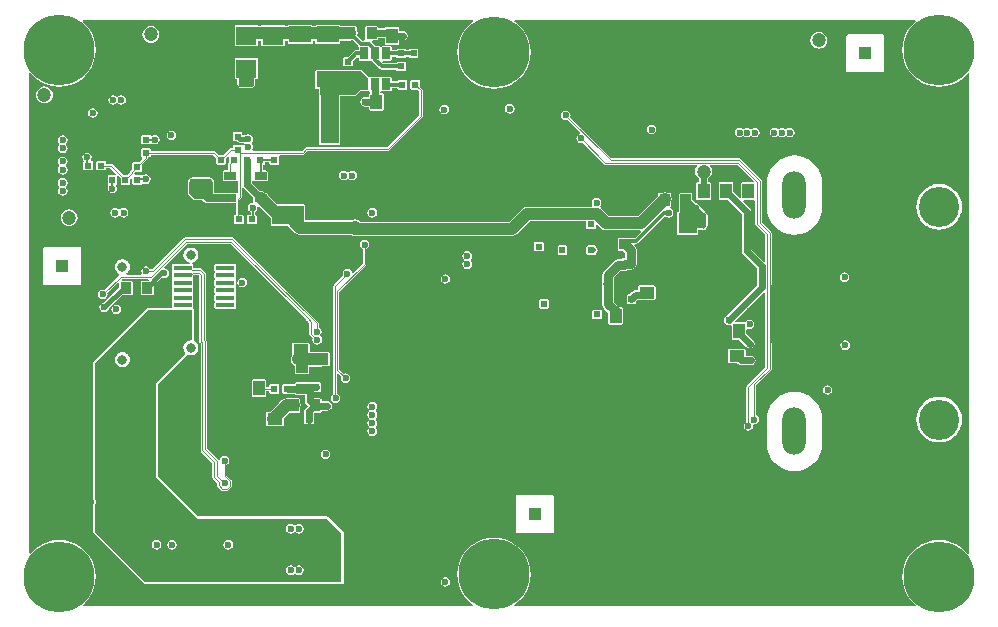
<source format=gbl>
G04 Layer_Physical_Order=6*
G04 Layer_Color=16711680*
%FSLAX44Y44*%
%MOMM*%
G71*
G01*
G75*
%ADD14R,0.9000X1.0000*%
%ADD15R,1.0000X0.9000*%
%ADD16R,0.6000X0.6000*%
%ADD18C,1.0000*%
%ADD20R,0.6000X0.6000*%
%ADD21R,1.6000X0.4000*%
%ADD22R,1.6000X0.4000*%
%ADD35R,1.0000X1.3000*%
%ADD38R,1.6000X4.5000*%
%ADD39R,1.3000X1.0000*%
%ADD41R,1.8000X1.6000*%
%ADD49R,2.7000X1.6000*%
%ADD51R,1.6000X1.8000*%
%ADD54C,0.1000*%
%ADD55C,0.3000*%
%ADD56C,0.1500*%
%ADD57C,0.6000*%
%ADD58C,0.3500*%
%ADD60C,0.2000*%
%ADD61C,0.1200*%
%ADD62C,1.0000*%
%ADD63C,0.4000*%
%ADD67C,0.5000*%
%ADD68C,0.8000*%
%ADD70R,1.0000X1.0000*%
%ADD73C,0.8000*%
%ADD74C,6.0000*%
%ADD75R,3.7000X5.0000*%
%ADD76C,0.7000*%
%ADD77C,1.2000*%
%ADD78O,2.0000X4.0000*%
%ADD79C,3.4000*%
%ADD80C,0.3500*%
%ADD81C,0.6000*%
%ADD90R,1.9000X1.4000*%
%ADD91R,0.7000X1.0000*%
%ADD92R,1.0000X0.7000*%
%ADD93R,1.0000X0.7000*%
%ADD94C,0.7000*%
G36*
X752597Y496769D02*
X750512Y494988D01*
X747343Y491278D01*
X744793Y487117D01*
X742926Y482609D01*
X741787Y477864D01*
X741404Y473000D01*
X741787Y468135D01*
X742926Y463391D01*
X744793Y458883D01*
X747343Y454722D01*
X750512Y451012D01*
X754222Y447843D01*
X758383Y445293D01*
X762891Y443426D01*
X767635Y442287D01*
X772500Y441904D01*
X777365Y442287D01*
X782109Y443426D01*
X786617Y445293D01*
X790778Y447843D01*
X794488Y451012D01*
X796691Y453591D01*
X797961Y453122D01*
Y46878D01*
X796691Y46409D01*
X794488Y48988D01*
X790778Y52157D01*
X786617Y54707D01*
X782109Y56574D01*
X777365Y57713D01*
X772500Y58096D01*
X767635Y57713D01*
X762891Y56574D01*
X758383Y54707D01*
X754222Y52157D01*
X750512Y48988D01*
X747343Y45278D01*
X744793Y41117D01*
X742926Y36609D01*
X741787Y31865D01*
X741404Y27000D01*
X741787Y22136D01*
X742926Y17391D01*
X744793Y12883D01*
X747343Y8722D01*
X750512Y5012D01*
X752597Y3231D01*
X752158Y2039D01*
X413174D01*
X412829Y3262D01*
X413778Y3843D01*
X417488Y7012D01*
X420657Y10722D01*
X423207Y14883D01*
X425074Y19391D01*
X426213Y24135D01*
X426596Y29000D01*
X426213Y33864D01*
X425074Y38609D01*
X423207Y43117D01*
X420657Y47278D01*
X417488Y50988D01*
X413778Y54157D01*
X409617Y56707D01*
X405109Y58574D01*
X400364Y59713D01*
X395500Y60096D01*
X390635Y59713D01*
X385891Y58574D01*
X381383Y56707D01*
X377222Y54157D01*
X373512Y50988D01*
X370343Y47278D01*
X367793Y43117D01*
X365926Y38609D01*
X364787Y33864D01*
X364404Y29000D01*
X364787Y24135D01*
X365926Y19391D01*
X367793Y14883D01*
X370343Y10722D01*
X373512Y7012D01*
X377222Y3843D01*
X378171Y3262D01*
X377826Y2039D01*
X47842D01*
X47403Y3231D01*
X49488Y5012D01*
X52657Y8722D01*
X55207Y12883D01*
X57074Y17391D01*
X58213Y22136D01*
X58596Y27000D01*
X58213Y31865D01*
X57074Y36609D01*
X55207Y41117D01*
X52657Y45278D01*
X49488Y48988D01*
X45778Y52157D01*
X41617Y54707D01*
X37109Y56574D01*
X32364Y57713D01*
X27500Y58096D01*
X22636Y57713D01*
X17891Y56574D01*
X13383Y54707D01*
X9222Y52157D01*
X5512Y48988D01*
X3309Y46409D01*
X2039Y46878D01*
Y453122D01*
X3309Y453591D01*
X5512Y451012D01*
X9222Y447843D01*
X13383Y445293D01*
X17891Y443426D01*
X22636Y442287D01*
X27500Y441904D01*
X32364Y442287D01*
X37109Y443426D01*
X41617Y445293D01*
X45778Y447843D01*
X49488Y451012D01*
X52657Y454722D01*
X55207Y458883D01*
X57074Y463391D01*
X58213Y468135D01*
X58596Y473000D01*
X58213Y477864D01*
X57074Y482609D01*
X55207Y487117D01*
X52657Y491278D01*
X49488Y494988D01*
X47403Y496769D01*
X47842Y497961D01*
X377826D01*
X378171Y496739D01*
X377222Y496157D01*
X373512Y492988D01*
X370343Y489278D01*
X367793Y485117D01*
X365926Y480609D01*
X364787Y475864D01*
X364404Y471000D01*
X364787Y466135D01*
X365926Y461391D01*
X367793Y456883D01*
X370343Y452722D01*
X373512Y449012D01*
X377222Y445843D01*
X381383Y443293D01*
X385891Y441426D01*
X390635Y440287D01*
X395500Y439904D01*
X400364Y440287D01*
X405109Y441426D01*
X409617Y443293D01*
X413778Y445843D01*
X417488Y449012D01*
X420657Y452722D01*
X423207Y456883D01*
X425074Y461391D01*
X426213Y466135D01*
X426596Y471000D01*
X426213Y475864D01*
X425074Y480609D01*
X423207Y485117D01*
X420657Y489278D01*
X417488Y492988D01*
X413778Y496157D01*
X412829Y496739D01*
X413174Y497961D01*
X752158D01*
X752597Y496769D01*
D02*
G37*
%LPC*%
G36*
X182500Y280078D02*
X180939Y279768D01*
X179616Y278884D01*
X178732Y277561D01*
X178422Y276000D01*
X178732Y274439D01*
X179616Y273116D01*
X180939Y272232D01*
X182500Y271922D01*
X184061Y272232D01*
X185384Y273116D01*
X186268Y274439D01*
X186578Y276000D01*
X186268Y277561D01*
X185384Y278884D01*
X184061Y279768D01*
X182500Y280078D01*
D02*
G37*
G36*
X45000Y306082D02*
X15000D01*
X14235Y305765D01*
X13918Y305000D01*
Y275000D01*
X14235Y274235D01*
X15000Y273918D01*
X45000D01*
X45765Y274235D01*
X46082Y275000D01*
Y305000D01*
X45765Y305765D01*
X45000Y306082D01*
D02*
G37*
G36*
X354500Y283078D02*
X352939Y282768D01*
X351616Y281884D01*
X350732Y280561D01*
X350422Y279000D01*
X350732Y277439D01*
X351616Y276116D01*
X352939Y275232D01*
X354500Y274922D01*
X356061Y275232D01*
X357384Y276116D01*
X358268Y277439D01*
X358578Y279000D01*
X358268Y280561D01*
X357384Y281884D01*
X356061Y282768D01*
X354500Y283078D01*
D02*
G37*
G36*
X176000Y291657D02*
X160000D01*
X159235Y291340D01*
X158918Y290575D01*
Y286575D01*
X159235Y285810D01*
Y284990D01*
X158918Y284225D01*
Y280225D01*
X159235Y279460D01*
Y278640D01*
X158918Y277875D01*
Y273875D01*
X159235Y273110D01*
Y272290D01*
X158918Y271525D01*
Y267525D01*
X159235Y266760D01*
Y265940D01*
X158918Y265175D01*
Y261175D01*
X159235Y260410D01*
Y259590D01*
X158918Y258825D01*
Y254825D01*
X159235Y254060D01*
X160000Y253743D01*
X176000D01*
X176765Y254060D01*
X177082Y254825D01*
Y258825D01*
X176765Y259590D01*
Y260410D01*
X177082Y261175D01*
Y265175D01*
X176765Y265940D01*
Y266760D01*
X177082Y267525D01*
Y271525D01*
X176765Y272290D01*
Y273110D01*
X177082Y273875D01*
Y277875D01*
X176765Y278640D01*
Y279460D01*
X177082Y280225D01*
Y284225D01*
X176765Y284990D01*
Y285810D01*
X177082Y286575D01*
Y290575D01*
X176765Y291340D01*
X176000Y291657D01*
D02*
G37*
G36*
X75675Y257253D02*
X74114Y256943D01*
X72791Y256059D01*
X71907Y254736D01*
X71597Y253175D01*
X71907Y251614D01*
X72791Y250291D01*
X74114Y249407D01*
X75675Y249097D01*
X77236Y249407D01*
X78559Y250291D01*
X79443Y251614D01*
X79753Y253175D01*
X79443Y254736D01*
X78559Y256059D01*
X77236Y256943D01*
X75675Y257253D01*
D02*
G37*
G36*
X531500Y273582D02*
X518500D01*
X517735Y273265D01*
X517418Y272500D01*
Y269578D01*
X515500D01*
X513939Y269268D01*
X512616Y268384D01*
X512616Y268384D01*
X510315Y266082D01*
X509000D01*
X508235Y265765D01*
X507918Y265000D01*
Y259000D01*
X508235Y258235D01*
X509000Y257918D01*
X515000D01*
X515765Y258235D01*
X516082Y259000D01*
Y260315D01*
X517189Y261422D01*
X518490D01*
X518500Y261418D01*
X531500D01*
X532265Y261735D01*
X532582Y262500D01*
Y272500D01*
X532265Y273265D01*
X531500Y273582D01*
D02*
G37*
G36*
X441000Y262082D02*
X435000D01*
X434235Y261765D01*
X433918Y261000D01*
Y255000D01*
X434235Y254235D01*
X435000Y253918D01*
X441000D01*
X441765Y254235D01*
X442082Y255000D01*
Y261000D01*
X441765Y261765D01*
X441000Y262082D01*
D02*
G37*
G36*
X692500Y284578D02*
X690939Y284268D01*
X689616Y283384D01*
X688732Y282061D01*
X688422Y280500D01*
X688732Y278939D01*
X689616Y277616D01*
X690939Y276732D01*
X692500Y276422D01*
X694061Y276732D01*
X695384Y277616D01*
X696268Y278939D01*
X696578Y280500D01*
X696268Y282061D01*
X695384Y283384D01*
X694061Y284268D01*
X692500Y284578D01*
D02*
G37*
G36*
X436500Y310582D02*
X430500D01*
X429735Y310265D01*
X429418Y309500D01*
Y303500D01*
X429735Y302735D01*
X430500Y302418D01*
X436500D01*
X437265Y302735D01*
X437582Y303500D01*
Y309500D01*
X437265Y310265D01*
X436500Y310582D01*
D02*
G37*
G36*
X650000Y383614D02*
X645393Y383160D01*
X640963Y381816D01*
X636881Y379634D01*
X633303Y376697D01*
X630366Y373119D01*
X628184Y369037D01*
X626840Y364607D01*
X626386Y360000D01*
Y340000D01*
X626840Y335393D01*
X628184Y330963D01*
X630366Y326881D01*
X633303Y323303D01*
X636881Y320366D01*
X640963Y318184D01*
X645393Y316840D01*
X650000Y316386D01*
X654607Y316840D01*
X659037Y318184D01*
X663119Y320366D01*
X666697Y323303D01*
X669634Y326881D01*
X671816Y330963D01*
X673160Y335393D01*
X673614Y340000D01*
Y360000D01*
X673160Y364607D01*
X671816Y369037D01*
X669634Y373119D01*
X666697Y376697D01*
X663119Y379634D01*
X659037Y381816D01*
X654607Y383160D01*
X650000Y383614D01*
D02*
G37*
G36*
X557500Y352082D02*
X553500D01*
X552735Y351765D01*
X552418Y351000D01*
Y341000D01*
Y336082D01*
X551500D01*
X550735Y335765D01*
X550418Y335000D01*
Y317000D01*
X550735Y316235D01*
X551500Y315918D01*
X567500D01*
X568265Y316235D01*
X568582Y317000D01*
Y320857D01*
X570752D01*
X570939Y320732D01*
X572500Y320422D01*
X572831Y320488D01*
X573000Y320418D01*
X573481Y320617D01*
X574061Y320732D01*
X575384Y321616D01*
X576268Y322939D01*
X576383Y323519D01*
X576582Y324000D01*
Y333000D01*
X576265Y333765D01*
X575861Y334170D01*
X575384Y334884D01*
X574670Y335361D01*
X570466Y339565D01*
X570268Y340561D01*
X569384Y341884D01*
X568061Y342768D01*
X567065Y342966D01*
X563582Y346448D01*
Y351000D01*
X563265Y351765D01*
X562500Y352082D01*
X557500D01*
X557500Y352082D01*
D02*
G37*
G36*
X480804Y307582D02*
X474804D01*
X474039Y307265D01*
X473722Y306500D01*
Y300500D01*
X474039Y299735D01*
X474804Y299418D01*
X480804D01*
X481569Y299735D01*
X481886Y300500D01*
Y301119D01*
X482483Y301517D01*
X483090Y302427D01*
X483304Y303500D01*
X483090Y304573D01*
X482483Y305483D01*
X481886Y305881D01*
Y306500D01*
X481569Y307265D01*
X480804Y307582D01*
D02*
G37*
G36*
X286000Y312214D02*
X284439Y311904D01*
X283116Y311020D01*
X282232Y309697D01*
X281922Y308136D01*
X282232Y306575D01*
X283116Y305252D01*
X284376Y304410D01*
Y292309D01*
X276529Y284461D01*
X275314Y284830D01*
X275268Y285061D01*
X274384Y286384D01*
X273061Y287268D01*
X271500Y287578D01*
X269939Y287268D01*
X268616Y286384D01*
X267732Y285061D01*
X267422Y283500D01*
X267717Y282013D01*
X259852Y274148D01*
X259376Y273000D01*
Y181392D01*
X258616Y180884D01*
X257732Y179560D01*
X257421Y178000D01*
X257732Y176439D01*
X258616Y175116D01*
X259939Y174232D01*
X261500Y173921D01*
X263060Y174232D01*
X264383Y175116D01*
X265267Y176439D01*
X265578Y178000D01*
X265267Y179560D01*
X264383Y180884D01*
X263060Y181768D01*
X262624Y181854D01*
Y198421D01*
X263797Y198907D01*
X266217Y196487D01*
X265922Y195000D01*
X266232Y193439D01*
X267116Y192116D01*
X268439Y191232D01*
X270000Y190922D01*
X271561Y191232D01*
X272884Y192116D01*
X273768Y193439D01*
X274078Y195000D01*
X273768Y196561D01*
X272884Y197884D01*
X271561Y198768D01*
X270000Y199078D01*
X268513Y198783D01*
X264624Y202673D01*
Y267964D01*
X287148Y290488D01*
X287624Y291636D01*
Y304410D01*
X288884Y305252D01*
X289768Y306575D01*
X290078Y308136D01*
X289768Y309697D01*
X288884Y311020D01*
X287561Y311904D01*
X286000Y312214D01*
D02*
G37*
G36*
X373000Y302578D02*
X371439Y302268D01*
X370116Y301384D01*
X369232Y300061D01*
X368922Y298500D01*
X369232Y296939D01*
X370116Y295616D01*
Y294384D01*
X369232Y293061D01*
X368922Y291500D01*
X369232Y289939D01*
X370116Y288616D01*
X371439Y287732D01*
X373000Y287422D01*
X374561Y287732D01*
X375884Y288616D01*
X376768Y289939D01*
X377078Y291500D01*
X376768Y293061D01*
X375884Y294384D01*
Y295616D01*
X376768Y296939D01*
X377078Y298500D01*
X376768Y300061D01*
X375884Y301384D01*
X374561Y302268D01*
X373000Y302578D01*
D02*
G37*
G36*
X456500Y307582D02*
X450500D01*
X449735Y307265D01*
X449418Y306500D01*
Y300500D01*
X449735Y299735D01*
X450500Y299418D01*
X456500D01*
X457265Y299735D01*
X457582Y300500D01*
Y306500D01*
X457265Y307265D01*
X456500Y307582D01*
D02*
G37*
G36*
X486000Y253082D02*
X480000D01*
X479235Y252765D01*
X478918Y252000D01*
Y246000D01*
X479235Y245235D01*
X480000Y244918D01*
X486000D01*
X486765Y245235D01*
X487082Y246000D01*
Y252000D01*
X486765Y252765D01*
X486000Y253082D01*
D02*
G37*
G36*
X253000Y134578D02*
X251439Y134268D01*
X250116Y133384D01*
X249232Y132061D01*
X248922Y130500D01*
X249232Y128939D01*
X250116Y127616D01*
X251439Y126732D01*
X253000Y126422D01*
X254561Y126732D01*
X255884Y127616D01*
X256768Y128939D01*
X257078Y130500D01*
X256768Y132061D01*
X255884Y133384D01*
X254561Y134268D01*
X253000Y134578D01*
D02*
G37*
G36*
X292500Y175078D02*
X290939Y174768D01*
X289616Y173884D01*
X288732Y172561D01*
X288422Y171000D01*
X288732Y169439D01*
X289616Y168116D01*
Y166884D01*
X288732Y165561D01*
X288422Y164000D01*
X288732Y162439D01*
X289616Y161116D01*
Y159884D01*
X288732Y158561D01*
X288422Y157000D01*
X288732Y155439D01*
X289480Y154320D01*
X289606Y153500D01*
X289480Y152680D01*
X288732Y151561D01*
X288422Y150000D01*
X288732Y148439D01*
X289616Y147116D01*
X290939Y146232D01*
X292500Y145922D01*
X294061Y146232D01*
X295384Y147116D01*
X296268Y148439D01*
X296578Y150000D01*
X296268Y151561D01*
X295520Y152680D01*
X295394Y153500D01*
X295520Y154320D01*
X296268Y155439D01*
X296578Y157000D01*
X296268Y158561D01*
X295384Y159884D01*
Y161116D01*
X296268Y162439D01*
X296578Y164000D01*
X296268Y165561D01*
X295384Y166884D01*
Y168116D01*
X296268Y169439D01*
X296578Y171000D01*
X296268Y172561D01*
X295384Y173884D01*
X294061Y174768D01*
X292500Y175078D01*
D02*
G37*
G36*
X226000Y178118D02*
X220000D01*
X217659Y177652D01*
X215674Y176326D01*
X213174Y173826D01*
X205931Y166582D01*
X203500D01*
X202735Y166265D01*
X202418Y165500D01*
Y155500D01*
X202735Y154735D01*
X203500Y154418D01*
X216500D01*
X217265Y154735D01*
X217582Y155500D01*
Y160931D01*
X222534Y165882D01*
X226000D01*
X226177Y165918D01*
X230500D01*
X231265Y166235D01*
X231582Y167000D01*
Y169555D01*
X231652Y169659D01*
X232118Y172000D01*
X231652Y174341D01*
X231582Y174445D01*
Y177000D01*
X231265Y177765D01*
X230500Y178082D01*
X226177D01*
X226000Y178118D01*
D02*
G37*
G36*
X650000Y183614D02*
X645393Y183160D01*
X640963Y181816D01*
X636881Y179634D01*
X633303Y176697D01*
X630366Y173119D01*
X628184Y169037D01*
X626840Y164607D01*
X626386Y160000D01*
Y140000D01*
X626840Y135393D01*
X628184Y130963D01*
X630366Y126881D01*
X633303Y123303D01*
X636881Y120366D01*
X640963Y118184D01*
X645393Y116840D01*
X650000Y116386D01*
X654607Y116840D01*
X659037Y118184D01*
X663119Y120366D01*
X666697Y123303D01*
X669634Y126881D01*
X671816Y130963D01*
X673160Y135393D01*
X673614Y140000D01*
Y160000D01*
X673160Y164607D01*
X671816Y169037D01*
X669634Y173119D01*
X666697Y176697D01*
X663119Y179634D01*
X659037Y181816D01*
X654607Y183160D01*
X650000Y183614D01*
D02*
G37*
G36*
X354500Y26578D02*
X352939Y26268D01*
X351616Y25384D01*
X350732Y24061D01*
X350422Y22500D01*
X350732Y20939D01*
X351616Y19616D01*
X352939Y18732D01*
X354500Y18422D01*
X356061Y18732D01*
X357384Y19616D01*
X358268Y20939D01*
X358578Y22500D01*
X358268Y24061D01*
X357384Y25384D01*
X356061Y26268D01*
X354500Y26578D01*
D02*
G37*
G36*
X445000Y96082D02*
X415000D01*
X414235Y95765D01*
X413918Y95000D01*
Y65000D01*
X414235Y64235D01*
X415000Y63918D01*
X445000D01*
X445765Y64235D01*
X446082Y65000D01*
Y95000D01*
X445765Y95765D01*
X445000Y96082D01*
D02*
G37*
G36*
X139000Y305673D02*
X138773Y305628D01*
X138542D01*
X136982Y305318D01*
X136768Y305229D01*
X136542Y305184D01*
X136350Y305056D01*
X136136Y304968D01*
X136136Y304968D01*
X134813Y304084D01*
X134650Y303920D01*
X134458Y303792D01*
X134330Y303600D01*
X134166Y303437D01*
X133282Y302113D01*
X133194Y301900D01*
X133066Y301708D01*
X133020Y301482D01*
X132932Y301268D01*
X132622Y299708D01*
Y299477D01*
X132577Y299250D01*
X132622Y299023D01*
Y298792D01*
X132932Y297232D01*
X133020Y297018D01*
X133066Y296792D01*
X133194Y296600D01*
X133282Y296386D01*
X133282Y296386D01*
X134166Y295063D01*
X134330Y294900D01*
X134458Y294708D01*
X134650Y294580D01*
X134813Y294416D01*
X136137Y293532D01*
X136350Y293444D01*
X136542Y293316D01*
X136768Y293270D01*
X136982Y293182D01*
X138262Y292927D01*
X138137Y291657D01*
X124000D01*
X123235Y291340D01*
X122918Y290575D01*
Y286575D01*
X123235Y285810D01*
Y284990D01*
X122918Y284225D01*
Y280225D01*
X123235Y279460D01*
Y278640D01*
X122918Y277875D01*
Y273875D01*
X123235Y273110D01*
Y272290D01*
X122918Y271525D01*
Y267525D01*
X123235Y266760D01*
Y265940D01*
X122918Y265175D01*
Y261175D01*
X123235Y260410D01*
Y259590D01*
X122918Y258825D01*
Y254825D01*
X122727Y254539D01*
X102500Y254539D01*
X102500Y254539D01*
X101720Y254384D01*
X101058Y253942D01*
X101058Y253942D01*
X75558Y228442D01*
X75558Y228442D01*
X56558Y209442D01*
X56116Y208780D01*
X55961Y208000D01*
Y92462D01*
X56000Y92265D01*
Y92064D01*
X56077Y91878D01*
X56116Y91681D01*
X56228Y91514D01*
X56304Y91329D01*
X56347Y91265D01*
X56499Y90500D01*
X56347Y89735D01*
X56304Y89671D01*
X56228Y89486D01*
X56116Y89319D01*
X56077Y89122D01*
X56000Y88936D01*
Y88735D01*
X55961Y88538D01*
Y65000D01*
X55961Y65000D01*
X56116Y64219D01*
X56558Y63558D01*
X99058Y21058D01*
X99058Y21058D01*
X99719Y20616D01*
X100500Y20461D01*
X266500Y20461D01*
X267280Y20616D01*
X267942Y21058D01*
X268384Y21720D01*
X268539Y22500D01*
Y39000D01*
Y64000D01*
X268384Y64780D01*
X267942Y65442D01*
X263442Y69942D01*
X263442Y69942D01*
X255942Y77442D01*
X255280Y77884D01*
X254500Y78039D01*
X213500D01*
X145345Y78039D01*
X111539Y111845D01*
X111539Y190405D01*
X135100Y213966D01*
X135207Y214126D01*
X135726Y214632D01*
X136542Y214816D01*
X136768Y214771D01*
X136982Y214682D01*
X138542Y214372D01*
X138773D01*
X139000Y214327D01*
X139227Y214372D01*
X139458D01*
X141018Y214682D01*
X141232Y214771D01*
X141458Y214816D01*
X141650Y214944D01*
X141864Y215032D01*
X141864Y215032D01*
X143187Y215916D01*
X143350Y216080D01*
X143542Y216208D01*
X143670Y216400D01*
X143834Y216563D01*
X144718Y217886D01*
X144806Y218100D01*
X144935Y218292D01*
X144979Y218518D01*
X145068Y218732D01*
X145378Y220292D01*
Y220523D01*
X145423Y220750D01*
X145378Y220977D01*
Y221208D01*
X145068Y222768D01*
X144979Y222982D01*
X144935Y223208D01*
X144806Y223400D01*
X144718Y223613D01*
X144718Y223614D01*
X143834Y224937D01*
X143670Y225100D01*
X143542Y225292D01*
X143350Y225420D01*
X143187Y225584D01*
X142527Y226025D01*
X142392Y226134D01*
X141873Y226931D01*
X141884Y227465D01*
X141950Y227796D01*
X142036Y228123D01*
X142027Y228185D01*
X142039Y228245D01*
X142039Y252500D01*
X141884Y253280D01*
X141442Y253942D01*
X140874Y254322D01*
X141082Y254825D01*
Y258825D01*
X140765Y259590D01*
Y260410D01*
X141082Y261175D01*
Y265175D01*
X140765Y265940D01*
Y266760D01*
X141082Y267525D01*
Y271525D01*
X140765Y272290D01*
Y273110D01*
X141082Y273875D01*
Y277875D01*
X140765Y278640D01*
Y279460D01*
X141082Y280225D01*
Y282625D01*
X141126Y282669D01*
X145374D01*
X146069Y281974D01*
Y226300D01*
X146069Y226300D01*
X146193Y225676D01*
X146546Y225147D01*
X147169Y224524D01*
Y134083D01*
X147169Y134083D01*
X147293Y133458D01*
X147647Y132929D01*
X157169Y123407D01*
Y111089D01*
X157169Y111089D01*
X157293Y110464D01*
X157647Y109935D01*
X160968Y106613D01*
Y104395D01*
X160968Y104394D01*
X161092Y103770D01*
X161446Y103241D01*
X164441Y100246D01*
X164441Y100246D01*
X164970Y99893D01*
X165594Y99768D01*
X169405D01*
X169405Y99768D01*
X170029Y99893D01*
X170559Y100246D01*
X173253Y102941D01*
X173607Y103470D01*
X173731Y104094D01*
Y107905D01*
X173731Y107905D01*
X173607Y108529D01*
X173253Y109059D01*
X169131Y113181D01*
Y121279D01*
X170383Y122116D01*
X171268Y123439D01*
X171578Y125000D01*
X171268Y126560D01*
X170383Y127884D01*
X169060Y128768D01*
X167500Y129078D01*
X165939Y128768D01*
X164616Y127884D01*
X163732Y126560D01*
X163630Y126050D01*
X163501Y126000D01*
X162661Y125875D01*
X162309Y125916D01*
X162153Y126148D01*
X162153Y126148D01*
X152631Y135670D01*
Y226111D01*
X152507Y226736D01*
X152154Y227265D01*
X152154Y227265D01*
X151531Y227887D01*
Y232469D01*
X151500Y232500D01*
X151500Y250500D01*
X151531Y250531D01*
Y283561D01*
X151531Y283561D01*
X151407Y284186D01*
X151053Y284715D01*
X151053Y284715D01*
X148115Y287654D01*
X147586Y288007D01*
X146961Y288131D01*
X146961Y288131D01*
X141082D01*
Y290575D01*
X140765Y291340D01*
X140000Y291657D01*
X139863D01*
X139738Y292927D01*
X141018Y293182D01*
X141232Y293270D01*
X141458Y293316D01*
X141650Y293444D01*
X141864Y293532D01*
X141864Y293532D01*
X143187Y294416D01*
X143350Y294580D01*
X143542Y294708D01*
X143670Y294900D01*
X143834Y295063D01*
X144718Y296387D01*
X144806Y296600D01*
X144935Y296792D01*
X144979Y297018D01*
X145068Y297232D01*
X145378Y298792D01*
Y299023D01*
X145423Y299250D01*
X145378Y299477D01*
Y299708D01*
X145068Y301268D01*
X144979Y301482D01*
X144935Y301708D01*
X144806Y301900D01*
X144718Y302114D01*
X144718Y302114D01*
X143834Y303437D01*
X143670Y303600D01*
X143542Y303792D01*
X143350Y303920D01*
X143187Y304084D01*
X141863Y304968D01*
X141650Y305056D01*
X141458Y305184D01*
X141232Y305229D01*
X141018Y305318D01*
X139458Y305628D01*
X139227D01*
X139000Y305673D01*
D02*
G37*
G36*
X772500Y179427D02*
X772386Y179405D01*
X772270Y179416D01*
X768938Y179088D01*
X768717Y179021D01*
X768717Y179021D01*
X768487Y178998D01*
X765282Y178026D01*
X765079Y177917D01*
X765079Y177917D01*
X765078Y177917D01*
X764857Y177850D01*
X761904Y176271D01*
X761726Y176125D01*
X761726Y176125D01*
X761725Y176125D01*
X761522Y176016D01*
X758933Y173892D01*
X758787Y173713D01*
X758608Y173567D01*
X756484Y170978D01*
X756375Y170774D01*
X756375Y170774D01*
X756228Y170596D01*
X754650Y167643D01*
X754583Y167422D01*
X754583Y167421D01*
X754583Y167421D01*
X754474Y167218D01*
X753502Y164013D01*
X753479Y163783D01*
X753479Y163783D01*
X753412Y163562D01*
X753084Y160230D01*
X753107Y160000D01*
X753107Y160000D01*
X753107Y160000D01*
X753084Y159770D01*
X753412Y156438D01*
X753479Y156217D01*
X753479Y156216D01*
X753502Y155987D01*
X754474Y152782D01*
X754583Y152579D01*
X754583Y152578D01*
X754583Y152578D01*
X754650Y152358D01*
X756228Y149404D01*
X756375Y149226D01*
X756375Y149226D01*
X756375Y149226D01*
X756484Y149022D01*
X758608Y146433D01*
X758787Y146287D01*
X758933Y146108D01*
X761522Y143984D01*
X761726Y143875D01*
X761726Y143875D01*
X761904Y143729D01*
X764857Y142150D01*
X765078Y142083D01*
X765079Y142083D01*
X765079Y142083D01*
X765282Y141974D01*
X768487Y141002D01*
X768717Y140979D01*
X768717Y140979D01*
X768938Y140912D01*
X772270Y140584D01*
X772386Y140595D01*
X772500Y140573D01*
X772614Y140595D01*
X772730Y140584D01*
X776062Y140912D01*
X776283Y140979D01*
X776283Y140979D01*
X776513Y141002D01*
X779718Y141974D01*
X779921Y142083D01*
X779921Y142083D01*
X779922Y142083D01*
X780143Y142150D01*
X783096Y143729D01*
X783274Y143875D01*
X783274Y143875D01*
X783275Y143875D01*
X783478Y143984D01*
X786067Y146108D01*
X786213Y146287D01*
X786392Y146433D01*
X788516Y149022D01*
X788625Y149226D01*
X788625Y149226D01*
X788772Y149404D01*
X790350Y152358D01*
X790417Y152578D01*
X790417Y152578D01*
X790417Y152579D01*
X790526Y152782D01*
X791498Y155987D01*
X791521Y156216D01*
X791521Y156217D01*
X791588Y156438D01*
X791916Y159770D01*
X791893Y160000D01*
X791893Y160000D01*
X791893Y160000D01*
X791916Y160230D01*
X791588Y163562D01*
X791521Y163783D01*
X791521Y163783D01*
X791498Y164013D01*
X790526Y167218D01*
X790417Y167421D01*
X790417Y167421D01*
X790417Y167422D01*
X790350Y167643D01*
X788772Y170596D01*
X788625Y170774D01*
X788625Y170774D01*
X788625Y170775D01*
X788516Y170978D01*
X786392Y173567D01*
X786213Y173713D01*
X786067Y173892D01*
X783478Y176016D01*
X783275Y176125D01*
X783274Y176125D01*
X783096Y176271D01*
X780143Y177850D01*
X779922Y177917D01*
X779921Y177917D01*
X779921Y177917D01*
X779718Y178026D01*
X776513Y178998D01*
X776283Y179021D01*
X776283Y179021D01*
X776062Y179088D01*
X772730Y179416D01*
X772614Y179405D01*
X772500Y179427D01*
D02*
G37*
G36*
X607636Y220082D02*
X594636D01*
X593871Y219765D01*
X593554Y219000D01*
Y209000D01*
X593871Y208235D01*
X594636Y207918D01*
X601451D01*
X602252Y207116D01*
X602252Y207116D01*
X603575Y206232D01*
X605136Y205922D01*
X613000D01*
X614561Y206232D01*
X615884Y207116D01*
X616768Y208439D01*
X617078Y210000D01*
X616768Y211561D01*
X615884Y212884D01*
X614561Y213768D01*
X613000Y214078D01*
X608718D01*
Y219000D01*
X608401Y219765D01*
X607636Y220082D01*
D02*
G37*
G36*
X692999Y227078D02*
X691438Y226768D01*
X690115Y225884D01*
X689231Y224560D01*
X688920Y223000D01*
X689231Y221439D01*
X690115Y220116D01*
X691438Y219232D01*
X692999Y218921D01*
X694559Y219232D01*
X695882Y220116D01*
X696767Y221439D01*
X697077Y223000D01*
X696767Y224560D01*
X695882Y225884D01*
X694559Y226768D01*
X692999Y227078D01*
D02*
G37*
G36*
X174152Y314124D02*
X134000D01*
X132852Y313648D01*
X106327Y287124D01*
X104726D01*
X103884Y288384D01*
X102561Y289268D01*
X101000Y289578D01*
X99439Y289268D01*
X98116Y288384D01*
X97232Y287061D01*
X96922Y285500D01*
X97232Y283939D01*
X97363Y283744D01*
X96764Y282624D01*
X84790D01*
X84404Y283894D01*
X85187Y284416D01*
X85350Y284580D01*
X85542Y284708D01*
X85670Y284900D01*
X85834Y285063D01*
X86718Y286387D01*
X86806Y286600D01*
X86934Y286792D01*
X86980Y287018D01*
X87068Y287232D01*
X87378Y288792D01*
Y289023D01*
X87423Y289250D01*
X87378Y289477D01*
Y289708D01*
X87068Y291268D01*
X86980Y291482D01*
X86934Y291708D01*
X86806Y291900D01*
X86718Y292114D01*
X86718Y292114D01*
X85834Y293437D01*
X85670Y293600D01*
X85542Y293792D01*
X85350Y293920D01*
X85187Y294084D01*
X83864Y294968D01*
X83650Y295056D01*
X83458Y295184D01*
X83232Y295229D01*
X83018Y295318D01*
X81458Y295628D01*
X81227D01*
X81000Y295673D01*
X80773Y295628D01*
X80542D01*
X78982Y295318D01*
X78768Y295229D01*
X78542Y295184D01*
X78350Y295056D01*
X78136Y294968D01*
X78136Y294968D01*
X76813Y294084D01*
X76650Y293920D01*
X76458Y293792D01*
X76330Y293600D01*
X76166Y293437D01*
X75282Y292114D01*
X75194Y291900D01*
X75066Y291708D01*
X75020Y291482D01*
X74932Y291268D01*
X74622Y289708D01*
Y289477D01*
X74577Y289250D01*
X74622Y289023D01*
Y288792D01*
X74932Y287232D01*
X75020Y287018D01*
X75066Y286792D01*
X75194Y286600D01*
X75282Y286386D01*
X75282Y286386D01*
X76166Y285063D01*
X76330Y284900D01*
X76458Y284708D01*
X76650Y284580D01*
X76813Y284416D01*
X78137Y283532D01*
X78256Y283483D01*
X78353Y283181D01*
X78363Y282462D01*
X78282Y282078D01*
X65862Y269658D01*
X64375Y269953D01*
X62814Y269643D01*
X61491Y268759D01*
X60607Y267436D01*
X60297Y265875D01*
X60607Y264314D01*
X61491Y262991D01*
X62814Y262107D01*
X64375Y261797D01*
X65936Y262107D01*
X67259Y262991D01*
X68143Y264314D01*
X68453Y265875D01*
X68158Y267362D01*
X77148Y276352D01*
X78418Y275825D01*
Y272243D01*
X65191Y259017D01*
X63939Y258768D01*
X62616Y257884D01*
X61732Y256561D01*
X61422Y255000D01*
X61732Y253439D01*
X62616Y252116D01*
X63939Y251232D01*
X65500Y250922D01*
X67061Y251232D01*
X68384Y252116D01*
X69268Y253439D01*
X69517Y254691D01*
X80243Y265418D01*
X88500D01*
X89265Y265735D01*
X89582Y266500D01*
Y276500D01*
X89265Y277265D01*
X88500Y277582D01*
X81027D01*
X80391Y278852D01*
X80784Y279376D01*
X102617D01*
X103242Y278106D01*
X102839Y277582D01*
X97500D01*
X96735Y277265D01*
X96418Y276500D01*
Y266500D01*
X96735Y265735D01*
X97500Y265418D01*
X106500D01*
X107265Y265735D01*
X107582Y266500D01*
Y273257D01*
X114711Y280385D01*
X114939Y280232D01*
X116500Y279922D01*
X118061Y280232D01*
X119384Y281116D01*
X120268Y282439D01*
X120578Y284000D01*
X120268Y285561D01*
X119384Y286884D01*
X118061Y287768D01*
X116642Y288050D01*
X116340Y288548D01*
X116087Y289291D01*
X135673Y308876D01*
X172651D01*
X236709Y244818D01*
X236852Y244473D01*
X239376Y241949D01*
Y232499D01*
X239852Y231351D01*
X242217Y228986D01*
X241921Y227500D01*
X242232Y225939D01*
X243116Y224616D01*
X244439Y223732D01*
X246000Y223421D01*
X247560Y223732D01*
X248883Y224616D01*
X249767Y225939D01*
X250078Y227500D01*
X249767Y229060D01*
X248883Y230383D01*
X248384Y230717D01*
Y231616D01*
X249268Y232939D01*
X249578Y234500D01*
X249268Y236061D01*
X248384Y237384D01*
X247124Y238226D01*
Y241328D01*
X246648Y242477D01*
X207894Y281231D01*
X207593Y281355D01*
X175300Y313648D01*
X174152Y314124D01*
D02*
G37*
G36*
X238500Y225082D02*
X225500D01*
X224735Y224765D01*
X224418Y224000D01*
Y214193D01*
X223848Y213341D01*
X223382Y211000D01*
X223848Y208659D01*
X225174Y206674D01*
X226918Y205509D01*
Y199500D01*
X227235Y198735D01*
X228000Y198418D01*
X238000D01*
X238765Y198735D01*
X239082Y199500D01*
Y204883D01*
X249500D01*
X249677Y204918D01*
X255500D01*
X256265Y205235D01*
X256582Y206000D01*
Y216000D01*
X256265Y216765D01*
X255500Y217082D01*
X249677D01*
X249500Y217118D01*
X239582D01*
Y224000D01*
X239265Y224765D01*
X238500Y225082D01*
D02*
G37*
G36*
X678000Y189078D02*
X676439Y188768D01*
X675116Y187884D01*
X674232Y186561D01*
X673922Y185000D01*
X674232Y183439D01*
X675116Y182116D01*
X676439Y181232D01*
X678000Y180922D01*
X679561Y181232D01*
X680884Y182116D01*
X681768Y183439D01*
X682078Y185000D01*
X681768Y186561D01*
X680884Y187884D01*
X679561Y188768D01*
X678000Y189078D01*
D02*
G37*
G36*
X201500Y194082D02*
X191500D01*
X190735Y193765D01*
X190418Y193000D01*
Y180000D01*
X190735Y179235D01*
X191500Y178918D01*
X201500D01*
X202265Y179235D01*
X202582Y180000D01*
Y184376D01*
X205418D01*
Y183000D01*
X205735Y182235D01*
X206500Y181918D01*
X212500D01*
X213265Y182235D01*
X213582Y183000D01*
Y189000D01*
X213265Y189765D01*
X212500Y190082D01*
X206500D01*
X205735Y189765D01*
X205418Y189000D01*
Y187624D01*
X202582D01*
Y193000D01*
X202265Y193765D01*
X201500Y194082D01*
D02*
G37*
G36*
X248000Y191582D02*
X242000D01*
X241990Y191578D01*
X238010D01*
X238000Y191582D01*
X228000D01*
X227235Y191265D01*
X226918Y190500D01*
Y190078D01*
X223510D01*
X223500Y190082D01*
X217500D01*
X216735Y189765D01*
X216418Y189000D01*
Y183000D01*
X216735Y182235D01*
X217500Y181918D01*
X223500D01*
X223510Y181922D01*
X226918D01*
Y181500D01*
X227235Y180735D01*
X228000Y180418D01*
X235422D01*
Y175600D01*
X235422Y175600D01*
X235732Y174039D01*
X236616Y172716D01*
X237782Y171550D01*
X236116Y169884D01*
X235232Y168561D01*
X234922Y167000D01*
X234922Y167000D01*
Y163010D01*
X234918Y163000D01*
Y157000D01*
X235235Y156235D01*
X236000Y155918D01*
X242000D01*
X242765Y156235D01*
X243082Y157000D01*
Y163000D01*
X243078Y163010D01*
Y165311D01*
X243685Y165918D01*
X248500D01*
X249265Y166235D01*
X249582Y167000D01*
Y167421D01*
X254499D01*
X256060Y167732D01*
X257383Y168616D01*
X258267Y169939D01*
X258578Y171500D01*
X258267Y173060D01*
X257383Y174384D01*
X256060Y175268D01*
X254499Y175578D01*
X249582D01*
Y177000D01*
X249265Y177765D01*
X248500Y178082D01*
X243578D01*
Y183418D01*
X248000D01*
X248765Y183735D01*
X249082Y184500D01*
Y190500D01*
X248765Y191265D01*
X248000Y191582D01*
D02*
G37*
G36*
X56000Y423577D02*
X54439Y423267D01*
X53116Y422383D01*
X52232Y421060D01*
X51922Y419499D01*
X52232Y417938D01*
X53116Y416615D01*
X54439Y415731D01*
X56000Y415421D01*
X57561Y415731D01*
X58884Y416615D01*
X59768Y417938D01*
X60078Y419499D01*
X59768Y421060D01*
X58884Y422383D01*
X57561Y423267D01*
X56000Y423577D01*
D02*
G37*
G36*
X353500Y426455D02*
X351939Y426144D01*
X350616Y425260D01*
X349732Y423937D01*
X349422Y422376D01*
X349732Y420816D01*
X350616Y419493D01*
X351939Y418609D01*
X353500Y418298D01*
X355061Y418609D01*
X356384Y419493D01*
X357268Y420816D01*
X357578Y422376D01*
X357268Y423937D01*
X356384Y425260D01*
X355061Y426144D01*
X353500Y426455D01*
D02*
G37*
G36*
X408999Y427077D02*
X407439Y426767D01*
X406115Y425883D01*
X405231Y424560D01*
X404921Y422999D01*
X405231Y421438D01*
X406115Y420115D01*
X407439Y419231D01*
X408999Y418921D01*
X410560Y419231D01*
X411883Y420115D01*
X412767Y421438D01*
X413078Y422999D01*
X412767Y424560D01*
X411883Y425883D01*
X410560Y426767D01*
X408999Y427077D01*
D02*
G37*
G36*
X616500Y407078D02*
X614939Y406768D01*
X614166Y406251D01*
X613250Y405989D01*
X612334Y406251D01*
X611561Y406768D01*
X610000Y407078D01*
X608439Y406768D01*
X607116Y405884D01*
X606384D01*
X605061Y406768D01*
X603500Y407078D01*
X601939Y406768D01*
X600616Y405884D01*
X599732Y404561D01*
X599422Y403000D01*
X599732Y401439D01*
X600616Y400116D01*
X601939Y399232D01*
X603500Y398922D01*
X605061Y399232D01*
X606384Y400116D01*
X607116D01*
X608439Y399232D01*
X610000Y398922D01*
X611561Y399232D01*
X612334Y399749D01*
X613250Y400011D01*
X614166Y399749D01*
X614939Y399232D01*
X616500Y398922D01*
X618061Y399232D01*
X619384Y400116D01*
X620268Y401439D01*
X620578Y403000D01*
X620268Y404561D01*
X619384Y405884D01*
X618061Y406768D01*
X616500Y407078D01*
D02*
G37*
G36*
X122500Y404578D02*
X120939Y404268D01*
X119616Y403384D01*
X118732Y402061D01*
X118422Y400500D01*
X118732Y398939D01*
X119616Y397616D01*
X120939Y396732D01*
X122500Y396422D01*
X124061Y396732D01*
X125384Y397616D01*
X126268Y398939D01*
X126578Y400500D01*
X126268Y402061D01*
X125384Y403384D01*
X124061Y404268D01*
X122500Y404578D01*
D02*
G37*
G36*
X529000Y409578D02*
X527439Y409268D01*
X526116Y408384D01*
X525232Y407061D01*
X524922Y405500D01*
X525232Y403939D01*
X526116Y402616D01*
X527439Y401732D01*
X529000Y401422D01*
X530561Y401732D01*
X531884Y402616D01*
X532768Y403939D01*
X533078Y405500D01*
X532768Y407061D01*
X531884Y408384D01*
X530561Y409268D01*
X529000Y409578D01*
D02*
G37*
G36*
X646000Y407078D02*
X644439Y406768D01*
X643116Y405884D01*
X642384D01*
X641061Y406768D01*
X639500Y407078D01*
X637939Y406768D01*
X636616Y405884D01*
X635884D01*
X634561Y406768D01*
X633000Y407078D01*
X631439Y406768D01*
X630116Y405884D01*
X629232Y404561D01*
X628922Y403000D01*
X629232Y401439D01*
X630116Y400116D01*
X631439Y399232D01*
X633000Y398922D01*
X634561Y399232D01*
X635884Y400116D01*
X636616D01*
X637939Y399232D01*
X639500Y398922D01*
X641061Y399232D01*
X642384Y400116D01*
X643116D01*
X644439Y399232D01*
X646000Y398922D01*
X647561Y399232D01*
X648884Y400116D01*
X649768Y401439D01*
X650078Y403000D01*
X649768Y404561D01*
X648884Y405884D01*
X647561Y406768D01*
X646000Y407078D01*
D02*
G37*
G36*
X15000Y442060D02*
X13173Y441820D01*
X11470Y441115D01*
X10007Y439992D01*
X8885Y438530D01*
X8180Y436827D01*
X7940Y435000D01*
X8180Y433173D01*
X8885Y431470D01*
X10007Y430008D01*
X11470Y428886D01*
X13173Y428180D01*
X15000Y427940D01*
X16827Y428180D01*
X18530Y428886D01*
X19992Y430008D01*
X21114Y431470D01*
X21820Y433173D01*
X22060Y435000D01*
X21820Y436827D01*
X21114Y438530D01*
X19992Y439992D01*
X18530Y441115D01*
X16827Y441820D01*
X15000Y442060D01*
D02*
G37*
G36*
X670500Y488060D02*
X668673Y487820D01*
X666970Y487114D01*
X665508Y485992D01*
X664386Y484530D01*
X663680Y482827D01*
X663440Y481000D01*
X663680Y479173D01*
X664386Y477470D01*
X665508Y476008D01*
X666970Y474885D01*
X668673Y474180D01*
X670500Y473940D01*
X672327Y474180D01*
X674030Y474885D01*
X675492Y476008D01*
X676615Y477470D01*
X677320Y479173D01*
X677560Y481000D01*
X677320Y482827D01*
X676615Y484530D01*
X675492Y485992D01*
X674030Y487114D01*
X672327Y487820D01*
X670500Y488060D01*
D02*
G37*
G36*
X105000Y493060D02*
X103173Y492820D01*
X101470Y492114D01*
X100008Y490993D01*
X98886Y489530D01*
X98180Y487827D01*
X97940Y486000D01*
X98180Y484173D01*
X98886Y482470D01*
X100008Y481008D01*
X101470Y479886D01*
X103173Y479180D01*
X105000Y478940D01*
X106827Y479180D01*
X108530Y479886D01*
X109993Y481008D01*
X111115Y482470D01*
X111820Y484173D01*
X112060Y486000D01*
X111820Y487827D01*
X111115Y489530D01*
X109993Y490993D01*
X108530Y492114D01*
X106827Y492820D01*
X105000Y493060D01*
D02*
G37*
G36*
X217500Y494082D02*
X199500D01*
X198735Y493765D01*
X198466Y493118D01*
X196034D01*
X195765Y493765D01*
X195000Y494082D01*
X177000D01*
X176235Y493765D01*
X175918Y493000D01*
Y477000D01*
X176235Y476235D01*
X177000Y475918D01*
X195000D01*
X195765Y476235D01*
X196082Y477000D01*
Y480882D01*
X198418D01*
Y477000D01*
X198735Y476235D01*
X199500Y475918D01*
X217500D01*
X218265Y476235D01*
X218582Y477000D01*
Y480882D01*
X220918D01*
Y479000D01*
X221235Y478235D01*
X222000Y477918D01*
X241000D01*
X241765Y478235D01*
X242082Y479000D01*
Y480882D01*
X244418D01*
Y479000D01*
X244735Y478235D01*
X245500Y477918D01*
X264500D01*
X265265Y478235D01*
X265582Y479000D01*
Y480882D01*
X274000D01*
X274177Y480918D01*
X276117D01*
X280422Y476613D01*
X281235Y475765D01*
X280917Y475000D01*
Y472804D01*
X279000D01*
X277927Y472590D01*
X277017Y471983D01*
X272117Y467082D01*
X269000D01*
X268235Y466765D01*
X267918Y466000D01*
Y460000D01*
X268235Y459235D01*
X269000Y458918D01*
X275000D01*
X275765Y459235D01*
X276082Y460000D01*
Y463117D01*
X279648Y466682D01*
X280917Y466156D01*
Y465000D01*
X281235Y464235D01*
X282000Y463918D01*
X289000D01*
X289543Y464143D01*
X290735Y464235D01*
X291500Y463918D01*
X292312Y463918D01*
X292409Y463427D01*
X293017Y462517D01*
X298517Y457017D01*
X299427Y456410D01*
X300500Y456196D01*
X312918D01*
Y456000D01*
X313235Y455235D01*
X314000Y454918D01*
X320000D01*
X320765Y455235D01*
X321082Y456000D01*
Y462000D01*
X320765Y462765D01*
X320000Y463082D01*
X314000D01*
X313235Y462765D01*
X312918Y462000D01*
Y461804D01*
X301661D01*
X300721Y462744D01*
X300757Y462895D01*
X301344Y463918D01*
X308000D01*
X308765Y464235D01*
X309082Y465000D01*
Y467196D01*
X312918D01*
Y467000D01*
X313235Y466235D01*
X314000Y465918D01*
X320000D01*
X320765Y466235D01*
X321082Y467000D01*
Y467196D01*
X323418D01*
Y467000D01*
X323735Y466235D01*
X324500Y465918D01*
X330500D01*
X331265Y466235D01*
X331582Y467000D01*
Y473000D01*
X331265Y473765D01*
X330500Y474082D01*
X324500D01*
X323735Y473765D01*
X323418Y473000D01*
Y472804D01*
X321082D01*
Y473000D01*
X320765Y473765D01*
X320000Y474082D01*
X314000D01*
X313235Y473765D01*
X312918Y473000D01*
Y472804D01*
X309082D01*
Y475000D01*
X308765Y475765D01*
X308000Y476082D01*
X301000D01*
X300235Y475765D01*
X299265D01*
X298919Y475909D01*
X298500Y476082D01*
X295883D01*
X292318Y479648D01*
X292791Y480918D01*
X296500D01*
X297265Y481235D01*
X297582Y482000D01*
Y482922D01*
X303418D01*
Y478500D01*
X303735Y477735D01*
X304500Y477418D01*
X314500D01*
X315265Y477735D01*
X315582Y478500D01*
Y480922D01*
X318500D01*
X320061Y481232D01*
X321384Y482116D01*
X322268Y483439D01*
X322578Y485000D01*
X322268Y486561D01*
X321384Y487884D01*
X320061Y488768D01*
X318500Y489078D01*
X315582D01*
Y491500D01*
X315265Y492265D01*
X314500Y492582D01*
X304500D01*
X303735Y492265D01*
X303418Y491500D01*
Y491078D01*
X297582D01*
Y492000D01*
X297265Y492765D01*
X296500Y493082D01*
X287500D01*
X286735Y492765D01*
X286418Y492000D01*
Y482074D01*
X286418Y482000D01*
X285538Y480804D01*
X284161D01*
X279760Y485205D01*
X280117Y487000D01*
X279652Y489341D01*
X279582Y489445D01*
Y492000D01*
X279265Y492765D01*
X278500Y493082D01*
X274177D01*
X274000Y493118D01*
X265534D01*
X265265Y493765D01*
X264500Y494082D01*
X245500D01*
X244735Y493765D01*
X244466Y493118D01*
X242034D01*
X241765Y493765D01*
X241000Y494082D01*
X222000D01*
X221235Y493765D01*
X220966Y493118D01*
X218534D01*
X218265Y493765D01*
X217500Y494082D01*
D02*
G37*
G36*
X725000Y486082D02*
X695000D01*
X694235Y485765D01*
X693918Y485000D01*
Y455000D01*
X694235Y454235D01*
X695000Y453918D01*
X725000D01*
X725765Y454235D01*
X726082Y455000D01*
Y485000D01*
X725765Y485765D01*
X725000Y486082D01*
D02*
G37*
G36*
X80000Y434578D02*
X78439Y434268D01*
X77320Y433520D01*
X76500Y433394D01*
X75680Y433520D01*
X74561Y434268D01*
X73000Y434578D01*
X71439Y434268D01*
X70116Y433384D01*
X69232Y432061D01*
X68922Y430500D01*
X69232Y428939D01*
X70116Y427616D01*
X71439Y426732D01*
X73000Y426422D01*
X74561Y426732D01*
X75884Y427616D01*
X77116D01*
X78439Y426732D01*
X80000Y426422D01*
X81561Y426732D01*
X82884Y427616D01*
X83768Y428939D01*
X84078Y430500D01*
X83768Y432061D01*
X82884Y433384D01*
X81561Y434268D01*
X80000Y434578D01*
D02*
G37*
G36*
X254000Y456082D02*
X254000Y456082D01*
X245500D01*
X244735Y455765D01*
X244418Y455000D01*
Y441000D01*
X244735Y440235D01*
X245500Y439918D01*
X247418D01*
Y438500D01*
X247418Y438500D01*
Y393500D01*
X247735Y392735D01*
X248500Y392418D01*
X264500D01*
X265265Y392735D01*
X265582Y393500D01*
Y433918D01*
X278000D01*
X278765Y434235D01*
X282448Y437918D01*
X289000D01*
X289561Y438150D01*
X289749Y438164D01*
X290922Y437732D01*
Y436550D01*
X290235Y436265D01*
X289918Y435500D01*
Y433078D01*
X286500D01*
X284939Y432768D01*
X283616Y431884D01*
X282732Y430561D01*
X282422Y429000D01*
X282732Y427439D01*
X283616Y426116D01*
X284939Y425232D01*
X286500Y424922D01*
X289918D01*
Y422500D01*
X290235Y421735D01*
X291000Y421418D01*
X301000D01*
X301765Y421735D01*
X302082Y422500D01*
Y435500D01*
X301765Y436265D01*
X301000Y436582D01*
X299633D01*
X299520Y437218D01*
X300029Y437735D01*
X300660Y438059D01*
X301000Y437918D01*
X308000D01*
X308765Y438235D01*
X309082Y439000D01*
Y440696D01*
X313918D01*
Y440500D01*
X314235Y439735D01*
X315000Y439418D01*
X321000D01*
X321765Y439735D01*
X322082Y440500D01*
Y446500D01*
X321765Y447265D01*
X321000Y447582D01*
X315000D01*
X314235Y447265D01*
X313918Y446500D01*
Y446304D01*
X309082D01*
Y449000D01*
X308765Y449765D01*
X308000Y450082D01*
X301000D01*
X300235Y449765D01*
X299265D01*
X298919Y449909D01*
X298500Y450082D01*
X291500D01*
X290991Y449872D01*
X290468Y449826D01*
X289479Y450052D01*
X283765Y455765D01*
X283000Y456082D01*
X254000D01*
X254000Y456082D01*
D02*
G37*
G36*
X195000Y466082D02*
X177000D01*
X176235Y465765D01*
X175918Y465000D01*
Y449000D01*
X176235Y448235D01*
X177000Y447918D01*
X178418D01*
Y444500D01*
X178418Y444500D01*
X178425Y444481D01*
X178732Y442939D01*
X179616Y441616D01*
X180939Y440732D01*
X182481Y440425D01*
X182500Y440418D01*
X189500Y440417D01*
X189519Y440425D01*
X191061Y440732D01*
X192384Y441616D01*
X193268Y442939D01*
X193575Y444482D01*
X193582Y444500D01*
X193582Y447918D01*
X195000D01*
X195765Y448235D01*
X196082Y449000D01*
Y465000D01*
X195765Y465765D01*
X195000Y466082D01*
D02*
G37*
G36*
X456500Y421578D02*
X454939Y421268D01*
X453616Y420384D01*
X452732Y419061D01*
X452422Y417500D01*
X452732Y415939D01*
X453616Y414616D01*
X454939Y413732D01*
X456500Y413422D01*
X457873Y413695D01*
X468539Y403029D01*
X468170Y401814D01*
X467939Y401768D01*
X466616Y400884D01*
X465732Y399561D01*
X465422Y398000D01*
X465732Y396439D01*
X466616Y395116D01*
X467939Y394232D01*
X469500Y393922D01*
X470987Y394217D01*
X488852Y376352D01*
X490000Y375876D01*
X567192D01*
X567711Y374606D01*
X566885Y373530D01*
X566180Y371827D01*
X565940Y370000D01*
X566180Y368173D01*
X566885Y366470D01*
X568008Y365008D01*
X569431Y363915D01*
Y361082D01*
X568000D01*
X567235Y360765D01*
X566918Y360000D01*
Y347000D01*
X567235Y346235D01*
X568000Y345918D01*
X578000D01*
X578765Y346235D01*
X579082Y347000D01*
Y360000D01*
X578765Y360765D01*
X578000Y361082D01*
X576569D01*
Y363915D01*
X577992Y365008D01*
X579114Y366470D01*
X579820Y368173D01*
X580060Y370000D01*
X579820Y371827D01*
X579114Y373530D01*
X578289Y374606D01*
X578808Y375876D01*
X601828D01*
X615351Y362352D01*
X614825Y361082D01*
X606000D01*
X605235Y360765D01*
X604918Y360000D01*
Y348146D01*
X603648Y347620D01*
X598082Y353185D01*
Y360000D01*
X597765Y360765D01*
X597000Y361082D01*
X587000D01*
X586235Y360765D01*
X585918Y360000D01*
Y347000D01*
X586235Y346235D01*
X587000Y345918D01*
X593815D01*
X605422Y334311D01*
Y302601D01*
X605422Y302600D01*
X605732Y301040D01*
X606616Y299717D01*
X618444Y287889D01*
Y273711D01*
X591616Y246884D01*
X590732Y245561D01*
X590422Y244000D01*
X590732Y242439D01*
X591616Y241116D01*
X592939Y240232D01*
X594500Y239922D01*
X595648Y240150D01*
X595987Y240050D01*
X596918Y239394D01*
Y228500D01*
X597235Y227735D01*
X598000Y227418D01*
X603317D01*
X609308Y221427D01*
X609308Y221427D01*
X610631Y220543D01*
X612192Y220233D01*
X613752Y220543D01*
X615076Y221427D01*
X615960Y222750D01*
X616270Y224311D01*
X615960Y225872D01*
X615076Y227195D01*
X615075Y227195D01*
X609082Y233188D01*
Y236111D01*
X610352Y236790D01*
X610439Y236732D01*
X612000Y236422D01*
X613561Y236732D01*
X614884Y237616D01*
X615768Y238939D01*
X616078Y240500D01*
X615768Y242061D01*
X614884Y243384D01*
X613561Y244268D01*
X612000Y244578D01*
X610439Y244268D01*
X609116Y243384D01*
X608455Y242394D01*
X608000Y242582D01*
X600509D01*
X600023Y243756D01*
X624225Y267957D01*
X625398Y267471D01*
Y204195D01*
X609851Y188647D01*
X609375Y187499D01*
Y158226D01*
X608115Y157383D01*
X607231Y156060D01*
X606920Y154500D01*
X607231Y152939D01*
X608115Y151616D01*
X609438Y150732D01*
X610999Y150421D01*
X612560Y150732D01*
X613883Y151616D01*
X614767Y152939D01*
X615077Y154500D01*
X615013Y154823D01*
X616000Y155922D01*
X617561Y156232D01*
X618884Y157116D01*
X619768Y158439D01*
X620078Y160000D01*
X619768Y161561D01*
X618884Y162884D01*
X617624Y163726D01*
Y188999D01*
X630170Y201546D01*
X630646Y202694D01*
Y317978D01*
X630170Y319126D01*
X622247Y327049D01*
Y362205D01*
X621772Y363353D01*
X604477Y380648D01*
X603328Y381124D01*
X495036D01*
X460249Y415911D01*
X460268Y415939D01*
X460578Y417500D01*
X460268Y419061D01*
X459384Y420384D01*
X458061Y421268D01*
X456500Y421578D01*
D02*
G37*
G36*
X30500Y364578D02*
X28939Y364268D01*
X27616Y363384D01*
X26732Y362061D01*
X26422Y360500D01*
X26732Y358939D01*
X27616Y357616D01*
Y356384D01*
X26732Y355061D01*
X26422Y353500D01*
X26732Y351939D01*
X27616Y350616D01*
X28939Y349732D01*
X30500Y349422D01*
X32061Y349732D01*
X33384Y350616D01*
X34268Y351939D01*
X34578Y353500D01*
X34268Y355061D01*
X33384Y356384D01*
Y357616D01*
X34268Y358939D01*
X34578Y360500D01*
X34268Y362061D01*
X33384Y363384D01*
X32061Y364268D01*
X30500Y364578D01*
D02*
G37*
G36*
X772500Y359427D02*
X772386Y359405D01*
X772270Y359416D01*
X768938Y359088D01*
X768717Y359021D01*
X768717Y359021D01*
X768487Y358998D01*
X765282Y358026D01*
X765079Y357917D01*
X765079Y357917D01*
X765078Y357917D01*
X764857Y357850D01*
X761904Y356272D01*
X761726Y356125D01*
X761726Y356125D01*
X761725Y356125D01*
X761522Y356016D01*
X758933Y353892D01*
X758787Y353713D01*
X758608Y353567D01*
X756484Y350978D01*
X756375Y350774D01*
X756375Y350774D01*
X756228Y350596D01*
X754650Y347643D01*
X754583Y347422D01*
X754583Y347421D01*
X754583Y347421D01*
X754474Y347218D01*
X753502Y344013D01*
X753479Y343783D01*
X753479Y343783D01*
X753412Y343562D01*
X753084Y340230D01*
X753107Y340000D01*
X753107Y340000D01*
X753107Y340000D01*
X753084Y339770D01*
X753412Y336438D01*
X753479Y336217D01*
X753479Y336217D01*
X753502Y335987D01*
X754474Y332782D01*
X754583Y332579D01*
X754583Y332579D01*
X754583Y332578D01*
X754650Y332357D01*
X756228Y329404D01*
X756375Y329226D01*
X756375Y329226D01*
X756375Y329226D01*
X756484Y329022D01*
X758608Y326433D01*
X758787Y326287D01*
X758933Y326108D01*
X761522Y323984D01*
X761726Y323875D01*
X761726Y323875D01*
X761904Y323728D01*
X764857Y322150D01*
X765078Y322083D01*
X765079Y322083D01*
X765079Y322083D01*
X765282Y321974D01*
X768487Y321002D01*
X768717Y320979D01*
X768717Y320979D01*
X768938Y320912D01*
X772270Y320584D01*
X772386Y320595D01*
X772500Y320573D01*
X772614Y320595D01*
X772730Y320584D01*
X776062Y320912D01*
X776283Y320979D01*
X776283Y320979D01*
X776513Y321002D01*
X779718Y321974D01*
X779921Y322083D01*
X779921Y322083D01*
X779922Y322083D01*
X780143Y322150D01*
X783096Y323728D01*
X783274Y323875D01*
X783274Y323875D01*
X783275Y323875D01*
X783478Y323984D01*
X786067Y326108D01*
X786213Y326287D01*
X786392Y326433D01*
X788516Y329022D01*
X788625Y329226D01*
X788625Y329226D01*
X788772Y329404D01*
X790350Y332357D01*
X790417Y332578D01*
X790417Y332579D01*
X790417Y332579D01*
X790526Y332782D01*
X791498Y335987D01*
X791521Y336217D01*
X791521Y336217D01*
X791588Y336438D01*
X791916Y339770D01*
X791893Y340000D01*
X791893Y340000D01*
X791893Y340000D01*
X791916Y340230D01*
X791588Y343562D01*
X791521Y343783D01*
X791521Y343783D01*
X791498Y344013D01*
X790526Y347218D01*
X790417Y347421D01*
X790417Y347421D01*
X790417Y347422D01*
X790350Y347643D01*
X788772Y350596D01*
X788625Y350774D01*
X788625Y350774D01*
X788625Y350775D01*
X788516Y350978D01*
X786392Y353567D01*
X786213Y353713D01*
X786067Y353892D01*
X783478Y356016D01*
X783275Y356125D01*
X783274Y356125D01*
X783096Y356272D01*
X780143Y357850D01*
X779922Y357917D01*
X779921Y357917D01*
X779921Y357917D01*
X779718Y358026D01*
X776513Y358998D01*
X776283Y359021D01*
X776283Y359021D01*
X776062Y359088D01*
X772730Y359416D01*
X772614Y359405D01*
X772500Y359427D01*
D02*
G37*
G36*
X82000Y339078D02*
X80439Y338768D01*
X79320Y338020D01*
X78500Y337894D01*
X77680Y338020D01*
X76561Y338768D01*
X75000Y339078D01*
X73439Y338768D01*
X72116Y337884D01*
X71232Y336561D01*
X70922Y335000D01*
X71232Y333439D01*
X72116Y332116D01*
X73439Y331232D01*
X75000Y330922D01*
X76561Y331232D01*
X77680Y331980D01*
X78500Y332106D01*
X79320Y331980D01*
X80439Y331232D01*
X82000Y330922D01*
X83561Y331232D01*
X84884Y332116D01*
X85768Y333439D01*
X86078Y335000D01*
X85768Y336561D01*
X84884Y337884D01*
X83561Y338768D01*
X82000Y339078D01*
D02*
G37*
G36*
X292500Y339078D02*
X290939Y338768D01*
X289616Y337884D01*
X288732Y336561D01*
X288422Y335000D01*
X288732Y333439D01*
X289616Y332116D01*
X290939Y331232D01*
X292500Y330922D01*
X294061Y331232D01*
X295384Y332116D01*
X296268Y333439D01*
X296578Y335000D01*
X296268Y336561D01*
X295384Y337884D01*
X294061Y338768D01*
X292500Y339078D01*
D02*
G37*
G36*
X36000Y338060D02*
X34173Y337820D01*
X32470Y337114D01*
X31008Y335992D01*
X29885Y334530D01*
X29180Y332827D01*
X28940Y331000D01*
X29180Y329173D01*
X29885Y327470D01*
X31008Y326008D01*
X32470Y324885D01*
X34173Y324180D01*
X36000Y323940D01*
X37827Y324180D01*
X39530Y324885D01*
X40992Y326008D01*
X42115Y327470D01*
X42820Y329173D01*
X43060Y331000D01*
X42820Y332827D01*
X42115Y334530D01*
X40992Y335992D01*
X39530Y337114D01*
X37827Y337820D01*
X36000Y338060D01*
D02*
G37*
G36*
X30500Y382578D02*
X28939Y382268D01*
X27616Y381384D01*
X26732Y380061D01*
X26422Y378500D01*
X26732Y376939D01*
X27616Y375616D01*
Y374384D01*
X26732Y373061D01*
X26422Y371500D01*
X26732Y369939D01*
X27616Y368616D01*
X28939Y367732D01*
X30500Y367422D01*
X32061Y367732D01*
X33384Y368616D01*
X34268Y369939D01*
X34578Y371500D01*
X34268Y373061D01*
X33384Y374384D01*
Y375616D01*
X34268Y376939D01*
X34578Y378500D01*
X34268Y380061D01*
X33384Y381384D01*
X32061Y382268D01*
X30500Y382578D01*
D02*
G37*
G36*
X332000Y447582D02*
X326000D01*
X325235Y447265D01*
X324918Y446500D01*
Y440500D01*
X325235Y439735D01*
X326000Y439418D01*
X330786D01*
X331876Y438327D01*
Y417673D01*
X304910Y390706D01*
X236569D01*
X235421Y390231D01*
X232814Y387624D01*
X191736D01*
X191137Y388744D01*
X191268Y388939D01*
X191578Y390500D01*
X191268Y392061D01*
X190384Y393384D01*
Y394616D01*
X191268Y395939D01*
X191578Y397500D01*
X191268Y399061D01*
X190384Y400384D01*
X189061Y401268D01*
X187500Y401578D01*
X185939Y401268D01*
X184878Y400559D01*
X182582D01*
Y402500D01*
X182265Y403265D01*
X181500Y403582D01*
X175500D01*
X174735Y403265D01*
X174418Y402500D01*
Y396500D01*
X174735Y395735D01*
X175500Y395418D01*
X178257D01*
X178337Y395337D01*
X179329Y394674D01*
X180500Y394441D01*
X183913D01*
X184234Y393958D01*
X184474Y393171D01*
X183732Y392061D01*
X183730Y392049D01*
X182409Y391919D01*
X182265Y392265D01*
X181500Y392582D01*
X175500D01*
X174735Y392265D01*
X174418Y391500D01*
Y390124D01*
X173000D01*
X171852Y389648D01*
X166286Y384082D01*
X162714D01*
X159648Y387148D01*
X158500Y387624D01*
X105082D01*
Y389000D01*
X104765Y389765D01*
X104000Y390082D01*
X98000D01*
X97235Y389765D01*
X96918Y389000D01*
Y383000D01*
X97235Y382235D01*
X97523Y382115D01*
X97948Y380744D01*
X95286Y378082D01*
X90500D01*
X89735Y377765D01*
X89418Y377000D01*
Y372214D01*
X87852Y370648D01*
X87376Y369500D01*
Y369173D01*
X85286Y367082D01*
X81714D01*
X72648Y376148D01*
X71500Y376624D01*
X67082D01*
Y378000D01*
X66765Y378765D01*
X66000Y379082D01*
X60000D01*
X59235Y378765D01*
X58918Y378000D01*
Y372000D01*
X59235Y371235D01*
X60000Y370918D01*
X66000D01*
X66765Y371235D01*
X67082Y372000D01*
Y373376D01*
X70827D01*
X75948Y368256D01*
X75677Y367546D01*
X75325Y367082D01*
X69500D01*
X68735Y366765D01*
X68418Y366000D01*
Y360000D01*
X68735Y359235D01*
X68761Y359224D01*
X69189Y357744D01*
X68732Y357061D01*
X68422Y355500D01*
X68732Y353939D01*
X69616Y352616D01*
X70939Y351732D01*
X72500Y351422D01*
X74061Y351732D01*
X75384Y352616D01*
X76268Y353939D01*
X76578Y355500D01*
X76268Y357061D01*
X75811Y357744D01*
X76239Y359224D01*
X76265Y359235D01*
X76582Y360000D01*
Y365825D01*
X77046Y366177D01*
X77756Y366448D01*
X79418Y364786D01*
Y360000D01*
X79735Y359235D01*
X80500Y358918D01*
X86500D01*
X87265Y359235D01*
X87582Y360000D01*
Y364257D01*
X88148Y364686D01*
X89418Y364054D01*
Y360000D01*
X89735Y359235D01*
X90500Y358918D01*
X96500D01*
X97265Y359235D01*
X97404Y359569D01*
X98551Y360094D01*
X98852Y360123D01*
X99439Y359731D01*
X101000Y359421D01*
X102561Y359731D01*
X103884Y360615D01*
X104768Y361939D01*
X105078Y363499D01*
X104768Y365060D01*
X103884Y366383D01*
X102561Y367267D01*
X101000Y367578D01*
X99439Y367267D01*
X98650Y366740D01*
X97265Y366765D01*
X96500Y367082D01*
X91411D01*
X90562Y368352D01*
X90624Y368500D01*
Y368828D01*
X91714Y369918D01*
X96500D01*
X97265Y370235D01*
X97582Y371000D01*
Y375786D01*
X102148Y380352D01*
X102624Y381500D01*
Y381918D01*
X104000D01*
X104765Y382235D01*
X105082Y383000D01*
Y384376D01*
X157828D01*
X160418Y381786D01*
Y377000D01*
X160735Y376235D01*
X161500Y375918D01*
X167500D01*
X168265Y376235D01*
X168582Y377000D01*
Y381786D01*
X170244Y383448D01*
X170954Y383177D01*
X171418Y382825D01*
Y378214D01*
X170852Y377648D01*
X170376Y376500D01*
Y371082D01*
X167000D01*
X166235Y370765D01*
X165918Y370000D01*
Y363000D01*
X166235Y362234D01*
X167000Y361917D01*
X177000D01*
X177606Y362169D01*
X178876Y361686D01*
Y352314D01*
X177606Y351831D01*
X177000Y352082D01*
X172029D01*
X172000Y352088D01*
X158582D01*
Y361000D01*
X158575Y361019D01*
X158268Y362561D01*
X157384Y363884D01*
X156061Y364768D01*
X154519Y365075D01*
X154500Y365082D01*
X140500D01*
X140481Y365075D01*
X138939Y364768D01*
X137616Y363884D01*
X136732Y362561D01*
X136425Y361019D01*
X136418Y361000D01*
Y352000D01*
X136418Y352000D01*
X136735Y351235D01*
X141735Y346235D01*
X142500Y345918D01*
X148594D01*
X150256Y344256D01*
X151744Y343261D01*
X153500Y342912D01*
X172000D01*
X172029Y342918D01*
X176876D01*
Y333582D01*
X176500D01*
X175735Y333265D01*
X175418Y332500D01*
Y326500D01*
X175735Y325735D01*
X176500Y325418D01*
X182500D01*
X183265Y325735D01*
X183582Y326500D01*
Y332500D01*
X183265Y333265D01*
X182500Y333582D01*
X180124D01*
Y345691D01*
X181648Y347216D01*
X182124Y348364D01*
Y356188D01*
X183394Y356573D01*
X183866Y355866D01*
X191918Y347815D01*
Y347677D01*
X191882Y347500D01*
X191918Y347323D01*
Y344490D01*
X191444Y343666D01*
X190854Y343250D01*
X189689Y343018D01*
X188366Y342134D01*
X187482Y340811D01*
X187172Y339250D01*
X187482Y337689D01*
X188366Y336366D01*
X189466Y335631D01*
Y333582D01*
X187500D01*
X186735Y333265D01*
X186418Y332500D01*
Y326500D01*
X186735Y325735D01*
X187500Y325418D01*
X193500D01*
X194265Y325735D01*
X194582Y326500D01*
Y332500D01*
X194265Y333265D01*
X193500Y333582D01*
X193034D01*
Y335631D01*
X194134Y336366D01*
X195018Y337689D01*
X195328Y339250D01*
X195211Y339842D01*
X196381Y340467D01*
X206418Y330431D01*
Y325000D01*
X206735Y324235D01*
X207500Y323918D01*
X221431D01*
X227174Y318174D01*
X229159Y316848D01*
X231500Y316383D01*
X274477D01*
X275482Y315966D01*
X275659Y315848D01*
X275867Y315807D01*
X276173Y315680D01*
X277150Y315551D01*
X278000Y315382D01*
X410731D01*
X413072Y315848D01*
X415056Y317174D01*
X425899Y328017D01*
X473418D01*
Y322135D01*
X473735Y321369D01*
X474500Y321052D01*
X480500D01*
X481265Y321369D01*
X481582Y322135D01*
Y325227D01*
X482756Y325713D01*
X486294Y322174D01*
X488279Y320848D01*
X490620Y320382D01*
X519482D01*
X520013Y319118D01*
X514944Y314049D01*
X511581D01*
X511500Y314082D01*
X501500D01*
X500735Y313765D01*
X500418Y313000D01*
Y304000D01*
X500735Y303235D01*
X501500Y302918D01*
X504873D01*
X506402Y301388D01*
Y296993D01*
X504978Y296710D01*
X503324Y295605D01*
X503182Y295462D01*
X502500Y295598D01*
X500500D01*
X498549Y295210D01*
X496895Y294105D01*
X488895Y286105D01*
X487790Y284451D01*
X487402Y282500D01*
Y275535D01*
X487196Y274500D01*
X487402Y273465D01*
Y257500D01*
X487790Y255549D01*
X488895Y253895D01*
X492418Y250373D01*
Y241500D01*
X492735Y240735D01*
X493500Y240418D01*
X503500D01*
X504265Y240735D01*
X504582Y241500D01*
Y254500D01*
X504265Y255265D01*
X503500Y255582D01*
X501627D01*
X497598Y259612D01*
Y280388D01*
X502639Y285430D01*
X503498Y285601D01*
X504499Y285402D01*
X504502Y285402D01*
X505429D01*
X507380Y285790D01*
X509034Y286895D01*
X509041Y286902D01*
X511500D01*
X513451Y287290D01*
X515105Y288395D01*
X516210Y290049D01*
X516598Y292000D01*
Y303500D01*
X516210Y305451D01*
X515105Y307105D01*
X514432Y307778D01*
X514918Y308951D01*
X516000D01*
X516976Y309145D01*
X517802Y309698D01*
X540256Y332151D01*
X540615Y332116D01*
X541938Y331231D01*
X543499Y330921D01*
X545060Y331231D01*
X546383Y332116D01*
X547267Y333439D01*
X547577Y334999D01*
X547267Y336560D01*
X546383Y337883D01*
X545060Y338767D01*
X545048Y338770D01*
X544917Y340090D01*
X545265Y340235D01*
X545582Y341000D01*
Y344055D01*
X545652Y344159D01*
X546118Y346500D01*
X545652Y348841D01*
X545582Y348945D01*
Y351000D01*
X545265Y351765D01*
X544500Y352082D01*
X542445D01*
X542341Y352152D01*
X540000Y352617D01*
X537659Y352152D01*
X537555Y352082D01*
X535500D01*
X534735Y351765D01*
X534418Y351000D01*
Y349569D01*
X517466Y332617D01*
X493154D01*
X487311Y338461D01*
X485877Y339418D01*
X485479Y340383D01*
X485634Y340992D01*
X486267Y341939D01*
X486577Y343499D01*
X486267Y345060D01*
X485383Y346383D01*
X484060Y347267D01*
X482499Y347578D01*
X480938Y347267D01*
X479615Y346383D01*
X478731Y345060D01*
X478421Y343499D01*
X478731Y341939D01*
X479009Y341522D01*
X478330Y340252D01*
X423365D01*
X421024Y339787D01*
X419039Y338461D01*
X408196Y327618D01*
X282829D01*
X281530Y328615D01*
X279827Y329320D01*
X278000Y329560D01*
X276173Y329320D01*
X274477Y328618D01*
X235582D01*
Y341000D01*
X235265Y341765D01*
X234500Y342082D01*
X212069D01*
X204082Y350069D01*
Y351000D01*
X203765Y351765D01*
X203000Y352082D01*
X201942D01*
X200341Y353152D01*
X198000Y353618D01*
X197708Y353559D01*
X190828Y360439D01*
Y362311D01*
X192098Y362563D01*
X192235Y362234D01*
X193000Y361917D01*
X203000D01*
X203765Y362234D01*
X204082Y363000D01*
Y370000D01*
X203765Y370765D01*
X203000Y371082D01*
X200039D01*
Y375918D01*
X200750D01*
X201515Y376235D01*
X201832Y377000D01*
Y377961D01*
X205418D01*
Y377000D01*
X205735Y376235D01*
X206500Y375918D01*
X212500D01*
X213265Y376235D01*
X213582Y377000D01*
Y383000D01*
X213538Y383106D01*
X214314Y384376D01*
X233487D01*
X234635Y384852D01*
X237242Y387459D01*
X305583D01*
X306731Y387935D01*
X334648Y415852D01*
X335124Y417000D01*
Y439000D01*
X334648Y440148D01*
X333082Y441714D01*
Y446500D01*
X332765Y447265D01*
X332000Y447582D01*
D02*
G37*
G36*
X30500Y400578D02*
X28939Y400268D01*
X27616Y399384D01*
X26732Y398061D01*
X26422Y396500D01*
X26732Y394939D01*
X27616Y393616D01*
Y392384D01*
X26732Y391061D01*
X26422Y389500D01*
X26732Y387939D01*
X27616Y386616D01*
X28939Y385732D01*
X30500Y385422D01*
X32061Y385732D01*
X33384Y386616D01*
X34268Y387939D01*
X34578Y389500D01*
X34268Y391061D01*
X33384Y392384D01*
Y393616D01*
X34268Y394939D01*
X34578Y396500D01*
X34268Y398061D01*
X33384Y399384D01*
X32061Y400268D01*
X30500Y400578D01*
D02*
G37*
G36*
X51000Y386078D02*
X49439Y385768D01*
X48116Y384884D01*
X47232Y383561D01*
X46922Y382000D01*
X47232Y380439D01*
X47639Y379830D01*
X48235Y378765D01*
X47918Y378000D01*
Y372000D01*
X48235Y371235D01*
X49000Y370918D01*
X55000D01*
X55765Y371235D01*
X56082Y372000D01*
Y378000D01*
X55765Y378765D01*
X55304Y378956D01*
X54803Y379945D01*
X54710Y380352D01*
X54768Y380439D01*
X55078Y382000D01*
X54768Y383561D01*
X53884Y384884D01*
X52561Y385768D01*
X51000Y386078D01*
D02*
G37*
G36*
X104000Y401082D02*
X98000D01*
X97235Y400765D01*
X96918Y400000D01*
Y394000D01*
X97235Y393235D01*
X98000Y392918D01*
X104000D01*
X104765Y393235D01*
X104776Y393261D01*
X106256Y393689D01*
X106939Y393232D01*
X108500Y392922D01*
X110061Y393232D01*
X111384Y394116D01*
X112268Y395439D01*
X112578Y397000D01*
X112268Y398561D01*
X111384Y399884D01*
X110061Y400768D01*
X108500Y401078D01*
X106939Y400768D01*
X106256Y400311D01*
X104776Y400739D01*
X104765Y400765D01*
X104000Y401082D01*
D02*
G37*
G36*
X275500Y370578D02*
X273939Y370268D01*
X272820Y369520D01*
X272000Y369394D01*
X271180Y369520D01*
X270061Y370268D01*
X268500Y370578D01*
X266939Y370268D01*
X265616Y369384D01*
X264732Y368061D01*
X264422Y366500D01*
X264732Y364939D01*
X265616Y363616D01*
X266939Y362732D01*
X268500Y362422D01*
X270061Y362732D01*
X271180Y363480D01*
X272000Y363606D01*
X272820Y363480D01*
X273939Y362732D01*
X275500Y362422D01*
X277061Y362732D01*
X278384Y363616D01*
X279268Y364939D01*
X279578Y366500D01*
X279268Y368061D01*
X278384Y369384D01*
X277061Y370268D01*
X275500Y370578D01*
D02*
G37*
%LPD*%
G36*
X575500Y333000D02*
Y324000D01*
X573000Y321500D01*
X572561Y321939D01*
X562061D01*
X553500Y330500D01*
Y351000D01*
X557500D01*
X575500Y333000D01*
D02*
G37*
G36*
X140000Y228245D02*
X139899Y228037D01*
X139699Y227767D01*
X139000Y227173D01*
X138804Y227134D01*
X138730Y227128D01*
X138542D01*
X136982Y226818D01*
X136768Y226730D01*
X136542Y226684D01*
X136350Y226556D01*
X136136Y226468D01*
X136136Y226468D01*
X134813Y225584D01*
X134650Y225420D01*
X134458Y225292D01*
X134330Y225100D01*
X134166Y224937D01*
X133282Y223613D01*
X133194Y223400D01*
X133066Y223208D01*
X133020Y222982D01*
X132932Y222768D01*
X132622Y221208D01*
Y220977D01*
X132577Y220750D01*
X132622Y220523D01*
Y220292D01*
X132932Y218732D01*
X133020Y218518D01*
X133066Y218292D01*
X133194Y218100D01*
X133282Y217886D01*
X133282Y217886D01*
X134166Y216563D01*
X133658Y215408D01*
X109500Y191250D01*
X109500Y111000D01*
X144500Y76000D01*
X213500Y76000D01*
X254500D01*
X262000Y68500D01*
X266500Y64000D01*
Y39000D01*
Y22500D01*
X100500Y22500D01*
X58000Y65000D01*
Y88538D01*
X58268Y88939D01*
X58578Y90500D01*
X58268Y92061D01*
X58000Y92462D01*
Y208000D01*
X77000Y227000D01*
X102500Y252500D01*
X140000Y252500D01*
X140000Y228245D01*
D02*
G37*
%LPC*%
G36*
X230500Y36578D02*
X228939Y36268D01*
X227820Y35520D01*
X227000Y35394D01*
X226180Y35520D01*
X225061Y36268D01*
X223500Y36578D01*
X221939Y36268D01*
X220616Y35384D01*
X219732Y34061D01*
X219422Y32500D01*
X219732Y30939D01*
X220616Y29616D01*
X221939Y28732D01*
X223500Y28422D01*
X225061Y28732D01*
X226180Y29480D01*
X227000Y29606D01*
X227820Y29480D01*
X228939Y28732D01*
X230500Y28422D01*
X232061Y28732D01*
X233384Y29616D01*
X234268Y30939D01*
X234578Y32500D01*
X234268Y34061D01*
X233384Y35384D01*
X232061Y36268D01*
X230500Y36578D01*
D02*
G37*
G36*
X81000Y217173D02*
X80773Y217128D01*
X80542D01*
X78982Y216818D01*
X78768Y216730D01*
X78542Y216684D01*
X78350Y216556D01*
X78136Y216468D01*
X78136Y216468D01*
X76813Y215584D01*
X76650Y215420D01*
X76458Y215292D01*
X76330Y215100D01*
X76166Y214937D01*
X75282Y213613D01*
X75194Y213400D01*
X75066Y213208D01*
X75020Y212982D01*
X74932Y212768D01*
X74622Y211208D01*
Y210977D01*
X74577Y210750D01*
X74622Y210523D01*
Y210292D01*
X74932Y208732D01*
X75020Y208518D01*
X75066Y208292D01*
X75194Y208100D01*
X75282Y207886D01*
X75282Y207886D01*
X76166Y206563D01*
X76330Y206400D01*
X76458Y206208D01*
X76650Y206080D01*
X76813Y205916D01*
X78137Y205032D01*
X78350Y204944D01*
X78542Y204816D01*
X78768Y204771D01*
X78982Y204682D01*
X80542Y204372D01*
X80773D01*
X81000Y204327D01*
X81227Y204372D01*
X81458D01*
X83018Y204682D01*
X83232Y204771D01*
X83458Y204816D01*
X83650Y204944D01*
X83864Y205032D01*
X83864Y205032D01*
X85187Y205916D01*
X85350Y206080D01*
X85542Y206208D01*
X85670Y206400D01*
X85834Y206563D01*
X86718Y207887D01*
X86806Y208100D01*
X86934Y208292D01*
X86980Y208518D01*
X87068Y208732D01*
X87378Y210292D01*
Y210523D01*
X87423Y210750D01*
X87378Y210977D01*
Y211208D01*
X87068Y212768D01*
X86980Y212982D01*
X86934Y213208D01*
X86806Y213400D01*
X86718Y213614D01*
X86718Y213614D01*
X85834Y214937D01*
X85670Y215100D01*
X85542Y215292D01*
X85350Y215420D01*
X85187Y215584D01*
X83864Y216468D01*
X83650Y216556D01*
X83458Y216684D01*
X83232Y216730D01*
X83018Y216818D01*
X81458Y217128D01*
X81227D01*
X81000Y217173D01*
D02*
G37*
G36*
X110000Y58078D02*
X108439Y57768D01*
X107116Y56884D01*
X106232Y55561D01*
X105922Y54000D01*
X106232Y52439D01*
X107116Y51116D01*
X108439Y50232D01*
X110000Y49922D01*
X111561Y50232D01*
X112884Y51116D01*
X113768Y52439D01*
X114078Y54000D01*
X113768Y55561D01*
X112884Y56884D01*
X111561Y57768D01*
X110000Y58078D01*
D02*
G37*
G36*
X230500Y71578D02*
X228939Y71268D01*
X227820Y70520D01*
X227000Y70394D01*
X226180Y70520D01*
X225061Y71268D01*
X223500Y71578D01*
X221939Y71268D01*
X220616Y70384D01*
X219732Y69061D01*
X219422Y67500D01*
X219732Y65939D01*
X220616Y64616D01*
X221939Y63732D01*
X223500Y63422D01*
X225061Y63732D01*
X226180Y64480D01*
X227000Y64606D01*
X227820Y64480D01*
X228939Y63732D01*
X230500Y63422D01*
X232061Y63732D01*
X233384Y64616D01*
X234268Y65939D01*
X234578Y67500D01*
X234268Y69061D01*
X233384Y70384D01*
X232061Y71268D01*
X230500Y71578D01*
D02*
G37*
G36*
X170500Y58078D02*
X168939Y57768D01*
X167616Y56884D01*
X166732Y55561D01*
X166422Y54000D01*
X166732Y52439D01*
X167616Y51116D01*
X168939Y50232D01*
X170500Y49922D01*
X172061Y50232D01*
X173384Y51116D01*
X174268Y52439D01*
X174578Y54000D01*
X174268Y55561D01*
X173384Y56884D01*
X172061Y57768D01*
X170500Y58078D01*
D02*
G37*
G36*
X123000D02*
X121439Y57768D01*
X120116Y56884D01*
X119232Y55561D01*
X118922Y54000D01*
X119232Y52439D01*
X120116Y51116D01*
X121439Y50232D01*
X123000Y49922D01*
X124561Y50232D01*
X125884Y51116D01*
X126768Y52439D01*
X127078Y54000D01*
X126768Y55561D01*
X125884Y56884D01*
X124561Y57768D01*
X123000Y58078D01*
D02*
G37*
%LPD*%
G36*
X289000Y449000D02*
X289000Y446000D01*
X278000Y435000D01*
X249000Y435000D01*
X248500Y435500D01*
Y449500D01*
X254000Y455000D01*
X283000D01*
X289000Y449000D01*
D02*
G37*
G36*
X192500Y444500D02*
X189500Y441500D01*
X182500Y441500D01*
X179500Y444500D01*
Y454000D01*
X192500D01*
X192500Y444500D01*
D02*
G37*
G36*
X617000Y344957D02*
Y325548D01*
X617476Y324400D01*
X625398Y316477D01*
Y294129D01*
X624225Y293643D01*
X613578Y304290D01*
Y336000D01*
X613268Y337561D01*
X612384Y338884D01*
X612384Y338884D01*
X606620Y344648D01*
X607146Y345918D01*
X616000D01*
X617000Y344957D01*
D02*
G37*
G36*
X157500Y361000D02*
Y349000D01*
X155500Y347000D01*
X142500D01*
X137500Y352000D01*
Y361000D01*
X140500Y364000D01*
X154500D01*
X157500Y361000D01*
D02*
G37*
D14*
X251000Y211000D02*
D03*
X269000D02*
D03*
X292000Y487000D02*
D03*
X274000D02*
D03*
X540000Y346000D02*
D03*
X558000D02*
D03*
X226000Y172000D02*
D03*
X244000D02*
D03*
X102000Y271500D02*
D03*
X84000D02*
D03*
D15*
X233000Y204000D02*
D03*
Y186000D02*
D03*
X506500Y308500D02*
D03*
Y326500D02*
D03*
D16*
X239000Y149000D02*
D03*
Y160000D02*
D03*
X327500Y459000D02*
D03*
Y470000D02*
D03*
X317000Y470000D02*
D03*
Y459000D02*
D03*
X272000Y452000D02*
D03*
Y463000D02*
D03*
X477500Y325135D02*
D03*
Y314135D02*
D03*
X101000Y386000D02*
D03*
Y397000D02*
D03*
X178500Y399500D02*
D03*
Y388500D02*
D03*
X512000Y284000D02*
D03*
Y295000D02*
D03*
X433500Y295500D02*
D03*
Y306500D02*
D03*
X512000Y262000D02*
D03*
Y273000D02*
D03*
X483000Y238000D02*
D03*
Y249000D02*
D03*
X93500Y363000D02*
D03*
Y374000D02*
D03*
X453500Y303500D02*
D03*
Y314500D02*
D03*
D18*
X465500Y276000D02*
D03*
D20*
X256000Y187500D02*
D03*
X245000D02*
D03*
X220500Y186000D02*
D03*
X209500D02*
D03*
X318000Y443500D02*
D03*
X329000D02*
D03*
X179500Y329500D02*
D03*
X190500D02*
D03*
X72500Y363000D02*
D03*
X83500D02*
D03*
X491500Y279000D02*
D03*
X502500D02*
D03*
X186750Y380000D02*
D03*
X197750D02*
D03*
X220500D02*
D03*
X209500D02*
D03*
X438000Y258000D02*
D03*
X427000D02*
D03*
X52000Y375000D02*
D03*
X63000D02*
D03*
X175500Y380000D02*
D03*
X164500D02*
D03*
X488804Y303500D02*
D03*
X477804D02*
D03*
D21*
X132000Y288575D02*
D03*
X168000D02*
D03*
X132000Y282225D02*
D03*
X168000D02*
D03*
X132000Y275875D02*
D03*
X168000D02*
D03*
X132000Y269525D02*
D03*
X168000D02*
D03*
X132000Y263175D02*
D03*
X168000D02*
D03*
D22*
X132000Y256825D02*
D03*
X168000D02*
D03*
X132000Y250475D02*
D03*
X168000D02*
D03*
X132000Y244125D02*
D03*
X168000D02*
D03*
X132000Y237775D02*
D03*
X168000D02*
D03*
Y231425D02*
D03*
X132000D02*
D03*
D35*
X584000Y235000D02*
D03*
X603000D02*
D03*
X177500Y186500D02*
D03*
X196500D02*
D03*
X592000Y353500D02*
D03*
X611000D02*
D03*
X309500Y485000D02*
D03*
X328500D02*
D03*
X296000Y429000D02*
D03*
X315000D02*
D03*
X592000Y353500D02*
D03*
X573000D02*
D03*
X517500Y248000D02*
D03*
X498500D02*
D03*
D38*
X256500Y416000D02*
D03*
X229500D02*
D03*
D39*
X210000Y141500D02*
D03*
Y160500D02*
D03*
X232000Y238000D02*
D03*
Y219000D02*
D03*
X525000Y286500D02*
D03*
Y267500D02*
D03*
X149000Y371000D02*
D03*
Y352000D02*
D03*
X601136Y195000D02*
D03*
Y214000D02*
D03*
D41*
X186000Y457000D02*
D03*
Y485000D02*
D03*
X208500D02*
D03*
Y457000D02*
D03*
D49*
X221000Y361000D02*
D03*
Y333000D02*
D03*
D51*
X587500Y326000D02*
D03*
X559500D02*
D03*
D54*
X197000Y186000D02*
X208500D01*
X196500Y186500D02*
X197000Y186000D01*
X286000Y291636D02*
Y308136D01*
X263000Y268636D02*
X286000Y291636D01*
X263000Y202000D02*
Y268636D01*
X261000Y273000D02*
X271500Y283500D01*
X261000Y178499D02*
Y273000D01*
Y178499D02*
X261500Y178000D01*
X618624Y325548D02*
Y361376D01*
X627022Y203522D02*
Y317150D01*
X618624Y325548D02*
X627022Y317150D01*
X629022Y202694D02*
Y317978D01*
X620624Y326376D02*
X629022Y317978D01*
X620624Y326376D02*
Y362205D01*
X180500Y386500D02*
X181000Y386000D01*
X178500Y388500D02*
X180500Y386500D01*
X329000Y443500D02*
X333500Y439000D01*
Y417000D02*
Y439000D01*
X305583Y389083D02*
X333500Y417000D01*
X236569Y389083D02*
X305583D01*
X233487Y386000D02*
X236569Y389083D01*
X181000Y386000D02*
X233487D01*
X494364Y379500D02*
X603328D01*
X620624Y362205D01*
X602500Y377500D02*
X618624Y361376D01*
X490000Y377500D02*
X602500D01*
X101000Y285500D02*
X107000D01*
X263000Y202000D02*
X270000Y195000D01*
X178500Y330500D02*
Y346364D01*
Y330500D02*
X179500Y329500D01*
X178500Y346364D02*
X180500Y348364D01*
Y386500D01*
X164500Y380000D02*
X173000Y388500D01*
X178500D01*
X158500Y386000D02*
X164500Y380000D01*
X101000Y386000D02*
X158500D01*
X172000Y366500D02*
Y376500D01*
X175500Y380000D01*
X63000Y375000D02*
X71500D01*
X83500Y363000D01*
X89000Y368500D01*
Y369500D01*
X93500Y374000D01*
X101000Y381500D01*
Y386000D01*
X610999Y187499D02*
X627022Y203522D01*
X616000Y160000D02*
Y189672D01*
X629022Y202694D01*
X610999Y154500D02*
Y187499D01*
X469500Y398000D02*
X490000Y377500D01*
X456500Y417364D02*
X494364Y379500D01*
X456500Y417364D02*
Y417500D01*
X64375Y265875D02*
X79500Y281000D01*
X105500D01*
X241000Y232499D02*
X246000Y227500D01*
X245500Y234500D02*
Y241328D01*
X241000Y232499D02*
Y242621D01*
X105500Y281000D02*
X135000Y310500D01*
X107000Y285500D02*
X134000Y312500D01*
X238000Y245621D02*
Y245823D01*
X206569Y280083D02*
X206746D01*
X245500Y241328D01*
X134000Y312500D02*
X174152D01*
X206569Y280083D01*
X173323Y310500D02*
X238000Y245823D01*
Y245621D02*
X241000Y242621D01*
X135000Y310500D02*
X173323D01*
D55*
X516000Y311500D02*
X539499Y334999D01*
X509500Y311500D02*
X516000D01*
X506500Y308500D02*
X509500Y311500D01*
X539499Y334999D02*
X543499D01*
X482000Y249500D02*
X482500D01*
X438500Y256793D02*
Y257500D01*
D56*
X93500Y363000D02*
X93999Y363499D01*
X101000D01*
X190500Y329500D02*
X191250Y330250D01*
Y339250D01*
X51000Y376000D02*
Y382000D01*
Y376000D02*
X52000Y375000D01*
X101000Y397000D02*
X108500D01*
X101000Y397000D02*
X101000Y397000D01*
X72500Y355500D02*
Y363000D01*
X72500Y363000D02*
X72500Y363000D01*
D57*
X602000Y196000D02*
X605000Y199000D01*
X612999D01*
X239000Y160000D02*
Y167000D01*
X244000Y172000D01*
X233000Y186000D02*
X233500D01*
X221000D02*
X233000D01*
X234500Y187500D02*
X245000D01*
X233000Y186000D02*
X234500Y187500D01*
X244500Y171500D02*
X254499D01*
X244000Y172000D02*
X244500Y171500D01*
X221000Y186000D02*
X221000Y186000D01*
X239500Y175600D02*
X243100Y172000D01*
X244000D01*
X269499Y211500D02*
Y220500D01*
X269000Y211000D02*
X269499Y211500D01*
X286500Y429000D02*
X296000D01*
X309500Y485000D02*
X318500D01*
X307500Y487000D02*
X309500Y485000D01*
X292000Y487000D02*
X307500D01*
X295000Y430000D02*
X296000Y429000D01*
X295000Y430000D02*
Y444000D01*
X622522Y272022D02*
Y289578D01*
X594500Y244000D02*
X622522Y272022D01*
X471365Y314135D02*
X477500D01*
X502500Y269500D02*
Y279000D01*
X609500Y302600D02*
X622522Y289578D01*
X186750Y358750D02*
X198000Y347500D01*
X186750Y358750D02*
Y380000D01*
X609500Y302600D02*
Y336000D01*
X592000Y353500D02*
X609500Y336000D01*
X470500Y315000D02*
X471365Y314135D01*
X512000Y262000D02*
X515500Y265500D01*
X522900D01*
X603000Y233503D02*
X612192Y224311D01*
X585500Y236500D02*
X593000D01*
X605136Y210000D02*
X613000D01*
X601136Y214000D02*
X605136Y210000D01*
X239500Y175600D02*
Y186500D01*
D58*
X239000Y149000D02*
X245000Y155000D01*
X246000D01*
X254499Y179500D02*
Y186000D01*
X256000Y187500D01*
X274000Y487000D02*
X283000Y478000D01*
X290000D01*
X295000Y473000D01*
Y470000D02*
Y473000D01*
Y464500D02*
Y470000D01*
Y464500D02*
X300500Y459000D01*
X317000D01*
X304500Y470000D02*
X327500D01*
X304500Y470000D02*
X304500Y470000D01*
X272000Y463000D02*
X279000Y470000D01*
X285500D01*
X304500Y444000D02*
X305000Y443500D01*
X318000D01*
X477000Y325500D02*
X477500D01*
X222500Y367500D02*
Y378000D01*
X165500Y357000D02*
X172000D01*
D60*
X197750Y380000D02*
X209500D01*
X197750D02*
X198000Y379750D01*
Y366500D02*
Y379750D01*
D61*
X162600Y104394D02*
Y107289D01*
X158800Y111089D02*
X162600Y107289D01*
X148800Y134083D02*
X158800Y124083D01*
Y111089D02*
Y124083D01*
X151000Y134994D02*
X161000Y124994D01*
Y112000D02*
Y124994D01*
Y112000D02*
X167500Y105500D01*
X162600Y104394D02*
X165594Y101400D01*
X169405D01*
X172100Y104094D01*
Y107905D01*
X167500Y112505D02*
X172100Y107905D01*
X167500Y112505D02*
Y125000D01*
Y105500D02*
Y106000D01*
X146050Y284300D02*
X147700Y282650D01*
X146961Y286500D02*
X149900Y283561D01*
X132000Y282225D02*
X138375D01*
X140450Y284300D01*
X146050D01*
X132000Y288575D02*
X138275D01*
X140350Y286500D01*
X146961D01*
X147700Y226300D02*
Y282650D01*
Y226300D02*
X148800Y225200D01*
Y134083D02*
Y225200D01*
X149900Y227211D02*
Y283561D01*
Y227211D02*
X151000Y226111D01*
Y134994D02*
Y226111D01*
D62*
X229500Y211000D02*
X249500D01*
X217500Y169500D02*
X220000Y172000D01*
X226000D01*
X191000Y487000D02*
X274000D01*
X520000Y326500D02*
X540000Y346500D01*
X506500Y326500D02*
X520000D01*
X410731Y321500D02*
X423365Y334135D01*
X278000Y321500D02*
X410731D01*
X490620Y326500D02*
X506500D01*
X231500Y322500D02*
X278000D01*
X221000Y333000D02*
X231500Y322500D01*
X212500Y333000D02*
X221000D01*
X198000Y347500D02*
X212500Y333000D01*
X482985Y334135D02*
X490620Y326500D01*
X423365Y334135D02*
X482985D01*
X208750Y160750D02*
X217500Y169500D01*
D63*
X101750Y271750D02*
X114000Y284000D01*
X178000Y186500D02*
X180000Y188500D01*
X208500Y457000D02*
X217500Y448000D01*
X231500D01*
X114000Y284000D02*
X116500D01*
X269378Y220621D02*
X269499Y220500D01*
X178500Y399500D02*
X180500Y397500D01*
X187500D01*
X168000Y231425D02*
X179425D01*
X65500Y255000D02*
X82000Y271500D01*
X84000D01*
D67*
X573000Y353500D02*
Y370000D01*
D68*
X511500Y292000D02*
Y303500D01*
X506500Y308500D02*
X511500Y303500D01*
X506929Y292000D02*
X511500D01*
X505429Y290500D02*
X506929Y292000D01*
X504499Y290500D02*
X505429D01*
X504499D02*
X504499Y290499D01*
X498500Y248000D02*
Y251500D01*
X500500Y290500D02*
X502500D01*
X492500Y257500D02*
X498500Y251500D01*
X492500Y257500D02*
Y282500D01*
X500500Y290500D01*
D70*
X30000Y290000D02*
D03*
X430000Y80000D02*
D03*
X710000Y470000D02*
D03*
D73*
X81000Y210750D02*
D03*
Y289250D02*
D03*
X139000Y220750D02*
D03*
Y299250D02*
D03*
D74*
X395500Y29000D02*
D03*
X27500Y473000D02*
D03*
X772500D02*
D03*
X395500Y471000D02*
D03*
X27500Y27000D02*
D03*
X772500D02*
D03*
D75*
X649022Y249336D02*
D03*
D76*
X634022Y270736D02*
D03*
Y227936D02*
D03*
X664022Y270736D02*
D03*
Y227936D02*
D03*
D77*
X671000Y9500D02*
D03*
X105000Y486000D02*
D03*
X166000Y485000D02*
D03*
X278000Y322500D02*
D03*
X15000Y435000D02*
D03*
X573000Y370000D02*
D03*
X670500Y481000D02*
D03*
X36000Y331000D02*
D03*
D78*
X650000Y150000D02*
D03*
Y350000D02*
D03*
D79*
X772500Y340000D02*
D03*
Y160000D02*
D03*
D80*
X480500Y303500D02*
D03*
X180000Y188500D02*
D03*
X209000Y186000D02*
D03*
X179425Y231425D02*
D03*
X611000Y353500D02*
D03*
X318500Y485000D02*
D03*
X477500Y325500D02*
D03*
X511000Y263000D02*
D03*
X454000Y303500D02*
D03*
X433750Y307250D02*
D03*
X482000Y249500D02*
D03*
X438500Y256793D02*
D03*
X663500Y235172D02*
D03*
X656786Y228458D02*
D03*
X641258D02*
D03*
X634544Y235172D02*
D03*
X649022Y228408D02*
D03*
X653848Y235122D02*
D03*
X644196D02*
D03*
X649022Y241936D02*
D03*
X658786Y241886D02*
D03*
X639258Y241986D02*
D03*
X663500Y249336D02*
D03*
X634544D02*
D03*
X658786Y256686D02*
D03*
X639258Y256786D02*
D03*
X649022Y256736D02*
D03*
X653848Y263550D02*
D03*
X644196D02*
D03*
X649022Y270264D02*
D03*
X663500Y263500D02*
D03*
X656786Y270214D02*
D03*
X641258D02*
D03*
X634544Y263500D02*
D03*
X490000Y274500D02*
D03*
D81*
X504999Y269403D02*
D03*
X232000Y11000D02*
D03*
X603500Y431000D02*
D03*
X428433Y484583D02*
D03*
X412000Y434500D02*
D03*
X254499Y179500D02*
D03*
X271500Y283500D02*
D03*
X269499Y220500D02*
D03*
X214500Y151000D02*
D03*
X263000Y167000D02*
D03*
X254499Y171500D02*
D03*
X286500Y429000D02*
D03*
X337500Y481500D02*
D03*
Y488500D02*
D03*
X326500Y426000D02*
D03*
Y432500D02*
D03*
X182500Y444500D02*
D03*
X189500D02*
D03*
X205000D02*
D03*
X212000D02*
D03*
X425000Y250500D02*
D03*
X594500Y244000D02*
D03*
X396000Y333000D02*
D03*
X493439Y341268D02*
D03*
X101000Y363499D02*
D03*
X122500Y400500D02*
D03*
X378500Y320000D02*
D03*
X408999Y422999D02*
D03*
X373000Y291500D02*
D03*
Y298500D02*
D03*
X504499Y290499D02*
D03*
X475567Y237501D02*
D03*
X182500Y276000D02*
D03*
X100000Y259000D02*
D03*
X116500Y284000D02*
D03*
X167500Y106000D02*
D03*
Y125000D02*
D03*
X320500Y157500D02*
D03*
X320500Y150500D02*
D03*
X320500Y164500D02*
D03*
Y171500D02*
D03*
X292500Y157000D02*
D03*
X292500Y150000D02*
D03*
X292500Y164000D02*
D03*
Y171000D02*
D03*
X360500Y143500D02*
D03*
X353500D02*
D03*
X342301Y143500D02*
D03*
X335301D02*
D03*
X261500Y178000D02*
D03*
X217500Y169500D02*
D03*
X54500Y90500D02*
D03*
X47500D02*
D03*
Y55500D02*
D03*
X54500D02*
D03*
X65000Y76500D02*
D03*
X65000Y83500D02*
D03*
X65000Y69500D02*
D03*
Y62500D02*
D03*
X240500Y39500D02*
D03*
Y46500D02*
D03*
X240500Y60500D02*
D03*
X240500Y53500D02*
D03*
X223500Y32500D02*
D03*
X230500D02*
D03*
Y67500D02*
D03*
X223500D02*
D03*
X24500Y91000D02*
D03*
X31500D02*
D03*
X82000Y316000D02*
D03*
X75000D02*
D03*
X82000Y335000D02*
D03*
X75000D02*
D03*
X56000Y419499D02*
D03*
X56000Y430500D02*
D03*
X61000Y448500D02*
D03*
X183000Y337500D02*
D03*
X187000Y409500D02*
D03*
Y416500D02*
D03*
X187500Y390500D02*
D03*
Y397500D02*
D03*
X275500Y366500D02*
D03*
X268500D02*
D03*
X256500D02*
D03*
X249500D02*
D03*
X73000Y449500D02*
D03*
X80000D02*
D03*
X73000Y430500D02*
D03*
X80000D02*
D03*
X30500Y353500D02*
D03*
X145000Y380000D02*
D03*
X154500Y361000D02*
D03*
X147500D02*
D03*
X140500D02*
D03*
X154500Y333500D02*
D03*
X161500D02*
D03*
X147500D02*
D03*
X140500D02*
D03*
X161500Y438500D02*
D03*
X154500D02*
D03*
X140500D02*
D03*
X147500D02*
D03*
X322500Y416000D02*
D03*
X316000D02*
D03*
X300000D02*
D03*
X293500D02*
D03*
X608499Y291999D02*
D03*
X566500Y339000D02*
D03*
X572500Y332000D02*
D03*
Y324500D02*
D03*
X597500Y313500D02*
D03*
X530500Y334500D02*
D03*
X539000Y315000D02*
D03*
X527500Y298500D02*
D03*
X320000Y292500D02*
D03*
X303500Y335000D02*
D03*
X292500Y335000D02*
D03*
X154500Y249500D02*
D03*
Y241000D02*
D03*
X692499Y210000D02*
D03*
X415374Y352578D02*
D03*
X353500Y422376D02*
D03*
Y411376D02*
D03*
X416000Y405379D02*
D03*
X529000Y416500D02*
D03*
Y405500D02*
D03*
X612000Y251500D02*
D03*
Y240500D02*
D03*
X667000Y185000D02*
D03*
X678000D02*
D03*
X692999Y223000D02*
D03*
X692499Y235000D02*
D03*
X612192Y224311D02*
D03*
X639500Y403000D02*
D03*
X646000D02*
D03*
X633000D02*
D03*
X610000D02*
D03*
X616500D02*
D03*
X603500D02*
D03*
X692500Y280500D02*
D03*
X601192Y224311D02*
D03*
X639500Y431000D02*
D03*
X646000D02*
D03*
X633000D02*
D03*
X616500D02*
D03*
X610000D02*
D03*
X554300Y101350D02*
D03*
X618500Y303500D02*
D03*
X692500Y291500D02*
D03*
Y271000D02*
D03*
X580000Y251500D02*
D03*
Y280500D02*
D03*
X575000Y317000D02*
D03*
X580000Y290500D02*
D03*
Y261000D02*
D03*
X437000Y313500D02*
D03*
X429500Y320500D02*
D03*
X426500Y296000D02*
D03*
X543499Y334999D02*
D03*
X30500Y360500D02*
D03*
Y396500D02*
D03*
Y389500D02*
D03*
Y378500D02*
D03*
Y371500D02*
D03*
X11000Y360000D02*
D03*
Y353500D02*
D03*
Y378000D02*
D03*
Y371500D02*
D03*
Y396000D02*
D03*
Y389500D02*
D03*
Y414000D02*
D03*
Y407500D02*
D03*
X72500Y355500D02*
D03*
X51000Y382000D02*
D03*
X152000Y380000D02*
D03*
X64000Y335250D02*
D03*
X113000Y360500D02*
D03*
X108500Y397000D02*
D03*
X191250Y339250D02*
D03*
X241500Y28000D02*
D03*
X350500Y58500D02*
D03*
X312422Y10000D02*
D03*
X232000Y17500D02*
D03*
X75675Y253175D02*
D03*
X354500Y22500D02*
D03*
X101500Y230000D02*
D03*
Y238500D02*
D03*
Y246000D02*
D03*
Y222500D02*
D03*
X65500Y230000D02*
D03*
Y238500D02*
D03*
X39525Y259525D02*
D03*
X65500Y246000D02*
D03*
X65500Y255000D02*
D03*
X246000Y155000D02*
D03*
X253000Y130500D02*
D03*
X242500Y209500D02*
D03*
X144000Y177500D02*
D03*
X133000D02*
D03*
X191000Y152000D02*
D03*
X174000D02*
D03*
X28000Y149000D02*
D03*
X44000D02*
D03*
X36000D02*
D03*
X12000D02*
D03*
X20000D02*
D03*
X95000D02*
D03*
X102000D02*
D03*
X76000D02*
D03*
X69000D02*
D03*
X88000D02*
D03*
X154500Y232500D02*
D03*
X270000Y195000D02*
D03*
X101000Y285500D02*
D03*
X64375Y265875D02*
D03*
X469500Y398000D02*
D03*
X456500Y417500D02*
D03*
X65500Y222500D02*
D03*
X110000Y54000D02*
D03*
X123000D02*
D03*
X170500D02*
D03*
X557500Y261000D02*
D03*
Y290500D02*
D03*
Y270500D02*
D03*
Y280500D02*
D03*
Y251500D02*
D03*
X536000Y261000D02*
D03*
Y290500D02*
D03*
Y270500D02*
D03*
Y280500D02*
D03*
Y251500D02*
D03*
X616000Y160000D02*
D03*
X612999Y199000D02*
D03*
X613000Y210000D02*
D03*
X610999Y154500D02*
D03*
X580000Y270500D02*
D03*
X538500Y235500D02*
D03*
X520000Y258500D02*
D03*
X546500Y306000D02*
D03*
X589500Y305500D02*
D03*
X575000Y341000D02*
D03*
X286000Y308136D02*
D03*
X320000Y311000D02*
D03*
X250500Y291500D02*
D03*
X338000Y293000D02*
D03*
X544500Y198500D02*
D03*
X482499Y343499D02*
D03*
X460500Y314500D02*
D03*
X470500Y315000D02*
D03*
X354500Y279000D02*
D03*
X245500Y234500D02*
D03*
X246000Y227500D02*
D03*
X18433Y104583D02*
D03*
X28433Y124583D02*
D03*
Y164583D02*
D03*
X18433Y184583D02*
D03*
X28433Y204583D02*
D03*
X18433Y224583D02*
D03*
X28433Y244583D02*
D03*
X18433Y264583D02*
D03*
Y344583D02*
D03*
Y424583D02*
D03*
X38433Y104583D02*
D03*
X48433Y124583D02*
D03*
Y164583D02*
D03*
X38433Y184583D02*
D03*
X48433Y324583D02*
D03*
X68433Y44583D02*
D03*
X58433Y304583D02*
D03*
X68433Y484583D02*
D03*
X78433Y304583D02*
D03*
Y464583D02*
D03*
X88433Y484583D02*
D03*
X98433Y464583D02*
D03*
X128433Y124583D02*
D03*
X118433Y144583D02*
D03*
X128433Y164583D02*
D03*
X118433Y184583D02*
D03*
Y464583D02*
D03*
X128433Y484583D02*
D03*
X148433Y84583D02*
D03*
X138433Y104583D02*
D03*
X148433Y124583D02*
D03*
X138433Y144583D02*
D03*
X148433Y404583D02*
D03*
X138433Y464583D02*
D03*
X148433Y484583D02*
D03*
X168433Y84583D02*
D03*
X158433Y144583D02*
D03*
Y304583D02*
D03*
X168433Y404583D02*
D03*
X158433Y464583D02*
D03*
X188433Y84583D02*
D03*
X178433Y424583D02*
D03*
X208433Y284583D02*
D03*
X198433Y304583D02*
D03*
Y424583D02*
D03*
X228433Y84583D02*
D03*
X228500Y123500D02*
D03*
X228433Y284583D02*
D03*
X218433Y304583D02*
D03*
X248433Y84583D02*
D03*
X238433Y104583D02*
D03*
X248433Y124583D02*
D03*
Y284583D02*
D03*
X238433Y304583D02*
D03*
Y464583D02*
D03*
X258433Y104583D02*
D03*
Y304583D02*
D03*
Y464583D02*
D03*
X278433Y104583D02*
D03*
Y184583D02*
D03*
X288433Y204583D02*
D03*
X278433Y224583D02*
D03*
Y344583D02*
D03*
X288433Y404583D02*
D03*
X298433Y184583D02*
D03*
X308433Y204583D02*
D03*
X298433Y224583D02*
D03*
Y344583D02*
D03*
X308433Y404583D02*
D03*
X318433Y104583D02*
D03*
X328433Y124583D02*
D03*
Y164583D02*
D03*
X318433Y184583D02*
D03*
X328433Y204583D02*
D03*
X318433Y224583D02*
D03*
Y344583D02*
D03*
X328433Y364583D02*
D03*
Y404583D02*
D03*
X348433Y164583D02*
D03*
X338433Y184583D02*
D03*
X348433Y204583D02*
D03*
X338433Y224583D02*
D03*
X348433Y284583D02*
D03*
X338433Y344583D02*
D03*
X348433Y364583D02*
D03*
X338433Y384583D02*
D03*
X348433Y404583D02*
D03*
X338433Y424583D02*
D03*
Y464583D02*
D03*
X348433Y484583D02*
D03*
X368433Y124583D02*
D03*
Y164583D02*
D03*
X358433Y184583D02*
D03*
X368433Y204583D02*
D03*
X358433Y224583D02*
D03*
Y344583D02*
D03*
X368433Y364583D02*
D03*
X358433Y384583D02*
D03*
X378433D02*
D03*
X358433Y464583D02*
D03*
X378433Y64583D02*
D03*
X388433Y84583D02*
D03*
X378433Y104583D02*
D03*
X388433Y124583D02*
D03*
X378433Y144583D02*
D03*
X388433Y164583D02*
D03*
X378433Y184583D02*
D03*
X388433Y204583D02*
D03*
X378433Y224583D02*
D03*
X398433Y384583D02*
D03*
Y64583D02*
D03*
X408433Y84583D02*
D03*
X398433Y104583D02*
D03*
X408433Y124583D02*
D03*
X398433Y144583D02*
D03*
X408433Y164583D02*
D03*
X398433Y184583D02*
D03*
X408433Y204583D02*
D03*
X398433Y224583D02*
D03*
X428433Y44583D02*
D03*
X418433Y104583D02*
D03*
X428433Y124583D02*
D03*
X418433Y144583D02*
D03*
X428433Y164583D02*
D03*
X418433Y184583D02*
D03*
X428433Y204583D02*
D03*
X418433Y224583D02*
D03*
Y384583D02*
D03*
X428433Y404583D02*
D03*
X438433Y24583D02*
D03*
X448433Y44583D02*
D03*
X438433Y104583D02*
D03*
X448433Y124583D02*
D03*
X438433Y144583D02*
D03*
X448433Y164583D02*
D03*
X438433Y184583D02*
D03*
Y384583D02*
D03*
X468433Y44583D02*
D03*
X458433Y64583D02*
D03*
X468433Y84583D02*
D03*
X458433Y104583D02*
D03*
X468433Y124583D02*
D03*
X458433Y144583D02*
D03*
Y184583D02*
D03*
X468433Y204583D02*
D03*
X458433Y424583D02*
D03*
X488433Y44583D02*
D03*
X478433Y64583D02*
D03*
X488433Y84583D02*
D03*
X478433Y104583D02*
D03*
X488433Y124583D02*
D03*
X478433Y144583D02*
D03*
X488433Y164583D02*
D03*
X478433Y184583D02*
D03*
X488433Y404583D02*
D03*
X478433Y424583D02*
D03*
Y464583D02*
D03*
X488433Y484583D02*
D03*
X508433Y44583D02*
D03*
X498433Y64583D02*
D03*
X508433Y84583D02*
D03*
X498433Y104583D02*
D03*
Y144583D02*
D03*
X508433Y164583D02*
D03*
Y364583D02*
D03*
X498433Y384583D02*
D03*
Y464583D02*
D03*
X508433Y484583D02*
D03*
X528433Y44583D02*
D03*
X518433Y64583D02*
D03*
X528433Y84583D02*
D03*
X518433Y104583D02*
D03*
X528433Y124583D02*
D03*
X518433Y144583D02*
D03*
Y384583D02*
D03*
Y424583D02*
D03*
Y464583D02*
D03*
X528433Y484583D02*
D03*
X538433Y24583D02*
D03*
X548433Y44583D02*
D03*
X538433Y64583D02*
D03*
X548433Y84583D02*
D03*
X538433Y144583D02*
D03*
Y384583D02*
D03*
X548433Y404583D02*
D03*
X538433Y424583D02*
D03*
X548433Y444583D02*
D03*
X538433Y464583D02*
D03*
X548433Y484583D02*
D03*
X558433Y24583D02*
D03*
X568433Y44583D02*
D03*
X558433Y64583D02*
D03*
X568433Y84583D02*
D03*
Y124583D02*
D03*
X558433Y144583D02*
D03*
Y384583D02*
D03*
X568433Y444583D02*
D03*
X558433Y464583D02*
D03*
X568433Y484583D02*
D03*
X578433Y24583D02*
D03*
X588433Y44583D02*
D03*
X578433Y64583D02*
D03*
X588433Y84583D02*
D03*
X578433Y104583D02*
D03*
X588433Y124583D02*
D03*
X578433Y144583D02*
D03*
X588433Y364583D02*
D03*
X578433Y384583D02*
D03*
X588433Y404583D02*
D03*
X578433Y424583D02*
D03*
X588433Y444583D02*
D03*
X578433Y464583D02*
D03*
X588433Y484583D02*
D03*
X598433Y24583D02*
D03*
X608433Y44583D02*
D03*
X598433Y64583D02*
D03*
X608433Y84583D02*
D03*
X598433Y104583D02*
D03*
X608433Y124583D02*
D03*
X598433Y144583D02*
D03*
X608433Y444583D02*
D03*
X598433Y464583D02*
D03*
X608433Y484583D02*
D03*
X628433Y44583D02*
D03*
X618433Y64583D02*
D03*
X628433Y84583D02*
D03*
X618433Y104583D02*
D03*
Y144583D02*
D03*
X628433Y444583D02*
D03*
X618433Y464583D02*
D03*
X628433Y484583D02*
D03*
X648434Y44583D02*
D03*
X638433Y64583D02*
D03*
X648434Y84583D02*
D03*
X638433Y104583D02*
D03*
Y304583D02*
D03*
X648434Y444583D02*
D03*
X638433Y464583D02*
D03*
X648434Y484583D02*
D03*
X658434Y24583D02*
D03*
X668434Y44583D02*
D03*
X658434Y64583D02*
D03*
X668434Y84583D02*
D03*
X658434Y104583D02*
D03*
X668434Y404583D02*
D03*
X658434Y424583D02*
D03*
X668434Y444583D02*
D03*
X658434Y464583D02*
D03*
X678434Y24583D02*
D03*
X688434Y44583D02*
D03*
X678434Y64583D02*
D03*
X688434Y84583D02*
D03*
X678434Y104583D02*
D03*
X688434Y124583D02*
D03*
X678434Y144583D02*
D03*
X688434Y164583D02*
D03*
Y324583D02*
D03*
X678434Y344583D02*
D03*
X688434Y364583D02*
D03*
X678434Y384583D02*
D03*
X688434Y404583D02*
D03*
X678434Y424583D02*
D03*
X688434Y444583D02*
D03*
X678434Y464583D02*
D03*
X688434Y484583D02*
D03*
X698434Y24583D02*
D03*
X708434Y44583D02*
D03*
X698434Y64583D02*
D03*
X708434Y84583D02*
D03*
X698434Y104583D02*
D03*
X708434Y124583D02*
D03*
Y164583D02*
D03*
Y324583D02*
D03*
X698434Y344583D02*
D03*
X708434Y364583D02*
D03*
X698434Y384583D02*
D03*
X708434Y404583D02*
D03*
X698434Y424583D02*
D03*
X708434Y444583D02*
D03*
X718434Y24583D02*
D03*
X728434Y44583D02*
D03*
X718434Y64583D02*
D03*
X728434Y84583D02*
D03*
X718434Y104583D02*
D03*
X728434Y124583D02*
D03*
X718434Y144583D02*
D03*
X728434Y164583D02*
D03*
X718434Y184583D02*
D03*
X728434Y204583D02*
D03*
Y324583D02*
D03*
X718434Y344583D02*
D03*
X728434Y364583D02*
D03*
X718434Y384583D02*
D03*
X728434Y404583D02*
D03*
X718434Y424583D02*
D03*
X728434Y444583D02*
D03*
X738434Y24583D02*
D03*
Y64583D02*
D03*
X748434Y84583D02*
D03*
X738434Y104583D02*
D03*
X748434Y124583D02*
D03*
X738434Y144583D02*
D03*
X748434Y164583D02*
D03*
X738434Y184583D02*
D03*
X748434Y204583D02*
D03*
X738434Y224583D02*
D03*
X747500Y284500D02*
D03*
X738434Y304583D02*
D03*
X748434Y324583D02*
D03*
X738434Y344583D02*
D03*
X748434Y364583D02*
D03*
X738434Y384583D02*
D03*
X748434Y404583D02*
D03*
X738434Y424583D02*
D03*
X748434Y444583D02*
D03*
X738434Y464583D02*
D03*
X758434Y64583D02*
D03*
X768434Y84583D02*
D03*
X758434Y104583D02*
D03*
X768434Y124583D02*
D03*
X758434Y184583D02*
D03*
X768434Y204583D02*
D03*
X758434Y218083D02*
D03*
X769434Y244583D02*
D03*
X758434Y304583D02*
D03*
X768434Y364583D02*
D03*
X758434Y384583D02*
D03*
X768434Y404583D02*
D03*
X758434Y424583D02*
D03*
X778434Y64583D02*
D03*
X788434Y84583D02*
D03*
X778434Y104583D02*
D03*
X788434Y124583D02*
D03*
X778434Y184583D02*
D03*
X788434Y204583D02*
D03*
X778434Y224583D02*
D03*
X788434Y244583D02*
D03*
X778434Y264583D02*
D03*
X788434Y284583D02*
D03*
X778434Y304583D02*
D03*
X788434Y322083D02*
D03*
Y364583D02*
D03*
X778434Y384583D02*
D03*
X788434Y404583D02*
D03*
X778434Y424583D02*
D03*
X593000Y236500D02*
D03*
X571000Y230000D02*
D03*
X769434Y284583D02*
D03*
X557000Y206500D02*
D03*
X589000D02*
D03*
X465500Y258000D02*
D03*
Y294000D02*
D03*
X447500Y276000D02*
D03*
X483500D02*
D03*
Y258000D02*
D03*
Y294000D02*
D03*
X447500D02*
D03*
Y258000D02*
D03*
X200000Y212000D02*
D03*
Y224000D02*
D03*
X212000D02*
D03*
Y212000D02*
D03*
Y200000D02*
D03*
X200000D02*
D03*
X188000D02*
D03*
Y212000D02*
D03*
Y224000D02*
D03*
D90*
X255000Y448000D02*
D03*
Y486000D02*
D03*
X231500Y448000D02*
D03*
Y486000D02*
D03*
D91*
X295000Y470000D02*
D03*
X285500D02*
D03*
Y444000D02*
D03*
X295000D02*
D03*
X304500D02*
D03*
Y470000D02*
D03*
D92*
X172000Y357000D02*
D03*
Y366500D02*
D03*
X198000Y347500D02*
D03*
Y366500D02*
D03*
D93*
X172000Y347500D02*
D03*
D94*
X153500D02*
X172000D01*
X149000Y352000D02*
X153500Y347500D01*
M02*

</source>
